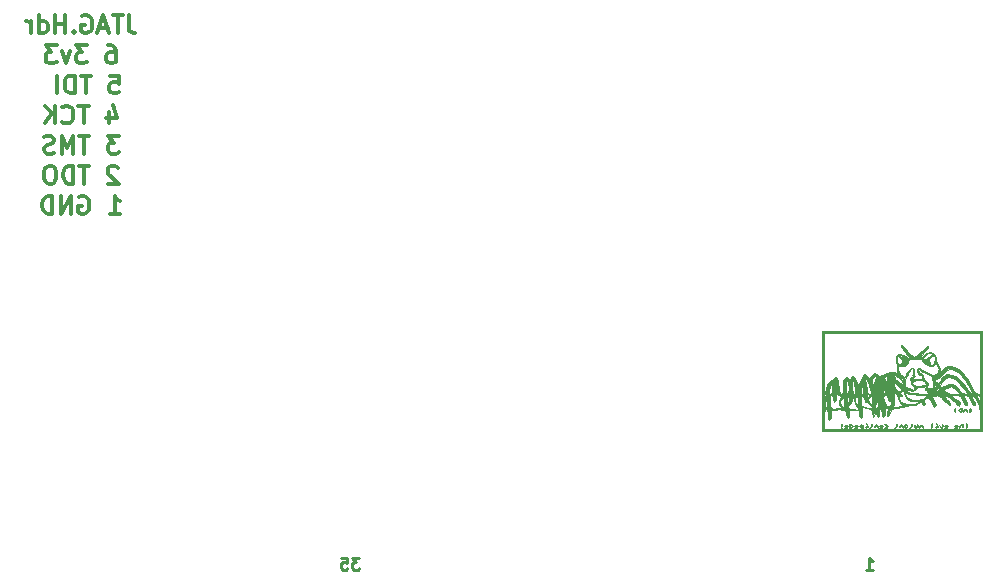
<source format=gbo>
G04 #@! TF.FileFunction,Legend,Bot*
%FSLAX46Y46*%
G04 Gerber Fmt 4.6, Leading zero omitted, Abs format (unit mm)*
G04 Created by KiCad (PCBNEW 4.0.7) date 12/03/18 22:41:55*
%MOMM*%
%LPD*%
G01*
G04 APERTURE LIST*
%ADD10C,0.100000*%
%ADD11C,0.250000*%
%ADD12C,0.300000*%
%ADD13C,0.010000*%
G04 APERTURE END LIST*
D10*
D11*
X121809524Y-118952381D02*
X121190476Y-118952381D01*
X121523810Y-119333333D01*
X121380952Y-119333333D01*
X121285714Y-119380952D01*
X121238095Y-119428571D01*
X121190476Y-119523810D01*
X121190476Y-119761905D01*
X121238095Y-119857143D01*
X121285714Y-119904762D01*
X121380952Y-119952381D01*
X121666667Y-119952381D01*
X121761905Y-119904762D01*
X121809524Y-119857143D01*
X120285714Y-118952381D02*
X120761905Y-118952381D01*
X120809524Y-119428571D01*
X120761905Y-119380952D01*
X120666667Y-119333333D01*
X120428571Y-119333333D01*
X120333333Y-119380952D01*
X120285714Y-119428571D01*
X120238095Y-119523810D01*
X120238095Y-119761905D01*
X120285714Y-119857143D01*
X120333333Y-119904762D01*
X120428571Y-119952381D01*
X120666667Y-119952381D01*
X120761905Y-119904762D01*
X120809524Y-119857143D01*
X164714285Y-119952381D02*
X165285714Y-119952381D01*
X165000000Y-119952381D02*
X165000000Y-118952381D01*
X165095238Y-119095238D01*
X165190476Y-119190476D01*
X165285714Y-119238095D01*
D12*
X102285714Y-73028571D02*
X102285714Y-74100000D01*
X102357142Y-74314286D01*
X102499999Y-74457143D01*
X102714285Y-74528571D01*
X102857142Y-74528571D01*
X101785714Y-73028571D02*
X100928571Y-73028571D01*
X101357142Y-74528571D02*
X101357142Y-73028571D01*
X100500000Y-74100000D02*
X99785714Y-74100000D01*
X100642857Y-74528571D02*
X100142857Y-73028571D01*
X99642857Y-74528571D01*
X98357143Y-73100000D02*
X98500000Y-73028571D01*
X98714286Y-73028571D01*
X98928571Y-73100000D01*
X99071429Y-73242857D01*
X99142857Y-73385714D01*
X99214286Y-73671429D01*
X99214286Y-73885714D01*
X99142857Y-74171429D01*
X99071429Y-74314286D01*
X98928571Y-74457143D01*
X98714286Y-74528571D01*
X98571429Y-74528571D01*
X98357143Y-74457143D01*
X98285714Y-74385714D01*
X98285714Y-73885714D01*
X98571429Y-73885714D01*
X97642857Y-74385714D02*
X97571429Y-74457143D01*
X97642857Y-74528571D01*
X97714286Y-74457143D01*
X97642857Y-74385714D01*
X97642857Y-74528571D01*
X96928571Y-74528571D02*
X96928571Y-73028571D01*
X96928571Y-73742857D02*
X96071428Y-73742857D01*
X96071428Y-74528571D02*
X96071428Y-73028571D01*
X94714285Y-74528571D02*
X94714285Y-73028571D01*
X94714285Y-74457143D02*
X94857142Y-74528571D01*
X95142856Y-74528571D01*
X95285714Y-74457143D01*
X95357142Y-74385714D01*
X95428571Y-74242857D01*
X95428571Y-73814286D01*
X95357142Y-73671429D01*
X95285714Y-73600000D01*
X95142856Y-73528571D01*
X94857142Y-73528571D01*
X94714285Y-73600000D01*
X93999999Y-74528571D02*
X93999999Y-73528571D01*
X93999999Y-73814286D02*
X93928571Y-73671429D01*
X93857142Y-73600000D01*
X93714285Y-73528571D01*
X93571428Y-73528571D01*
X100535713Y-75578571D02*
X100821427Y-75578571D01*
X100964284Y-75650000D01*
X101035713Y-75721429D01*
X101178570Y-75935714D01*
X101249999Y-76221429D01*
X101249999Y-76792857D01*
X101178570Y-76935714D01*
X101107142Y-77007143D01*
X100964284Y-77078571D01*
X100678570Y-77078571D01*
X100535713Y-77007143D01*
X100464284Y-76935714D01*
X100392856Y-76792857D01*
X100392856Y-76435714D01*
X100464284Y-76292857D01*
X100535713Y-76221429D01*
X100678570Y-76150000D01*
X100964284Y-76150000D01*
X101107142Y-76221429D01*
X101178570Y-76292857D01*
X101249999Y-76435714D01*
X98749999Y-75578571D02*
X97821428Y-75578571D01*
X98321428Y-76150000D01*
X98107142Y-76150000D01*
X97964285Y-76221429D01*
X97892856Y-76292857D01*
X97821428Y-76435714D01*
X97821428Y-76792857D01*
X97892856Y-76935714D01*
X97964285Y-77007143D01*
X98107142Y-77078571D01*
X98535714Y-77078571D01*
X98678571Y-77007143D01*
X98749999Y-76935714D01*
X97321428Y-76078571D02*
X96964285Y-77078571D01*
X96607143Y-76078571D01*
X96178571Y-75578571D02*
X95250000Y-75578571D01*
X95750000Y-76150000D01*
X95535714Y-76150000D01*
X95392857Y-76221429D01*
X95321428Y-76292857D01*
X95250000Y-76435714D01*
X95250000Y-76792857D01*
X95321428Y-76935714D01*
X95392857Y-77007143D01*
X95535714Y-77078571D01*
X95964286Y-77078571D01*
X96107143Y-77007143D01*
X96178571Y-76935714D01*
X100714285Y-78128571D02*
X101428571Y-78128571D01*
X101500000Y-78842857D01*
X101428571Y-78771429D01*
X101285714Y-78700000D01*
X100928571Y-78700000D01*
X100785714Y-78771429D01*
X100714285Y-78842857D01*
X100642857Y-78985714D01*
X100642857Y-79342857D01*
X100714285Y-79485714D01*
X100785714Y-79557143D01*
X100928571Y-79628571D01*
X101285714Y-79628571D01*
X101428571Y-79557143D01*
X101500000Y-79485714D01*
X99071429Y-78128571D02*
X98214286Y-78128571D01*
X98642857Y-79628571D02*
X98642857Y-78128571D01*
X97714286Y-79628571D02*
X97714286Y-78128571D01*
X97357143Y-78128571D01*
X97142858Y-78200000D01*
X97000000Y-78342857D01*
X96928572Y-78485714D01*
X96857143Y-78771429D01*
X96857143Y-78985714D01*
X96928572Y-79271429D01*
X97000000Y-79414286D01*
X97142858Y-79557143D01*
X97357143Y-79628571D01*
X97714286Y-79628571D01*
X96214286Y-79628571D02*
X96214286Y-78128571D01*
X100607142Y-81178571D02*
X100607142Y-82178571D01*
X100964285Y-80607143D02*
X101321428Y-81678571D01*
X100392856Y-81678571D01*
X98892857Y-80678571D02*
X98035714Y-80678571D01*
X98464285Y-82178571D02*
X98464285Y-80678571D01*
X96678571Y-82035714D02*
X96750000Y-82107143D01*
X96964286Y-82178571D01*
X97107143Y-82178571D01*
X97321428Y-82107143D01*
X97464286Y-81964286D01*
X97535714Y-81821429D01*
X97607143Y-81535714D01*
X97607143Y-81321429D01*
X97535714Y-81035714D01*
X97464286Y-80892857D01*
X97321428Y-80750000D01*
X97107143Y-80678571D01*
X96964286Y-80678571D01*
X96750000Y-80750000D01*
X96678571Y-80821429D01*
X96035714Y-82178571D02*
X96035714Y-80678571D01*
X95178571Y-82178571D02*
X95821428Y-81321429D01*
X95178571Y-80678571D02*
X96035714Y-81535714D01*
X101464285Y-83228571D02*
X100535714Y-83228571D01*
X101035714Y-83800000D01*
X100821428Y-83800000D01*
X100678571Y-83871429D01*
X100607142Y-83942857D01*
X100535714Y-84085714D01*
X100535714Y-84442857D01*
X100607142Y-84585714D01*
X100678571Y-84657143D01*
X100821428Y-84728571D01*
X101250000Y-84728571D01*
X101392857Y-84657143D01*
X101464285Y-84585714D01*
X98964286Y-83228571D02*
X98107143Y-83228571D01*
X98535714Y-84728571D02*
X98535714Y-83228571D01*
X97607143Y-84728571D02*
X97607143Y-83228571D01*
X97107143Y-84300000D01*
X96607143Y-83228571D01*
X96607143Y-84728571D01*
X95964286Y-84657143D02*
X95750000Y-84728571D01*
X95392857Y-84728571D01*
X95250000Y-84657143D01*
X95178571Y-84585714D01*
X95107143Y-84442857D01*
X95107143Y-84300000D01*
X95178571Y-84157143D01*
X95250000Y-84085714D01*
X95392857Y-84014286D01*
X95678571Y-83942857D01*
X95821429Y-83871429D01*
X95892857Y-83800000D01*
X95964286Y-83657143D01*
X95964286Y-83514286D01*
X95892857Y-83371429D01*
X95821429Y-83300000D01*
X95678571Y-83228571D01*
X95321429Y-83228571D01*
X95107143Y-83300000D01*
X101357143Y-85921429D02*
X101285714Y-85850000D01*
X101142857Y-85778571D01*
X100785714Y-85778571D01*
X100642857Y-85850000D01*
X100571428Y-85921429D01*
X100500000Y-86064286D01*
X100500000Y-86207143D01*
X100571428Y-86421429D01*
X101428571Y-87278571D01*
X100500000Y-87278571D01*
X98928572Y-85778571D02*
X98071429Y-85778571D01*
X98500000Y-87278571D02*
X98500000Y-85778571D01*
X97571429Y-87278571D02*
X97571429Y-85778571D01*
X97214286Y-85778571D01*
X97000001Y-85850000D01*
X96857143Y-85992857D01*
X96785715Y-86135714D01*
X96714286Y-86421429D01*
X96714286Y-86635714D01*
X96785715Y-86921429D01*
X96857143Y-87064286D01*
X97000001Y-87207143D01*
X97214286Y-87278571D01*
X97571429Y-87278571D01*
X95785715Y-85778571D02*
X95500001Y-85778571D01*
X95357143Y-85850000D01*
X95214286Y-85992857D01*
X95142858Y-86278571D01*
X95142858Y-86778571D01*
X95214286Y-87064286D01*
X95357143Y-87207143D01*
X95500001Y-87278571D01*
X95785715Y-87278571D01*
X95928572Y-87207143D01*
X96071429Y-87064286D01*
X96142858Y-86778571D01*
X96142858Y-86278571D01*
X96071429Y-85992857D01*
X95928572Y-85850000D01*
X95785715Y-85778571D01*
X100678571Y-89828571D02*
X101535714Y-89828571D01*
X101107142Y-89828571D02*
X101107142Y-88328571D01*
X101249999Y-88542857D01*
X101392857Y-88685714D01*
X101535714Y-88757143D01*
X98107143Y-88400000D02*
X98250000Y-88328571D01*
X98464286Y-88328571D01*
X98678571Y-88400000D01*
X98821429Y-88542857D01*
X98892857Y-88685714D01*
X98964286Y-88971429D01*
X98964286Y-89185714D01*
X98892857Y-89471429D01*
X98821429Y-89614286D01*
X98678571Y-89757143D01*
X98464286Y-89828571D01*
X98321429Y-89828571D01*
X98107143Y-89757143D01*
X98035714Y-89685714D01*
X98035714Y-89185714D01*
X98321429Y-89185714D01*
X97392857Y-89828571D02*
X97392857Y-88328571D01*
X96535714Y-89828571D01*
X96535714Y-88328571D01*
X95821428Y-89828571D02*
X95821428Y-88328571D01*
X95464285Y-88328571D01*
X95250000Y-88400000D01*
X95107142Y-88542857D01*
X95035714Y-88685714D01*
X94964285Y-88971429D01*
X94964285Y-89185714D01*
X95035714Y-89471429D01*
X95107142Y-89614286D01*
X95250000Y-89757143D01*
X95464285Y-89828571D01*
X95821428Y-89828571D01*
D13*
G36*
X160976667Y-108233333D02*
X174523333Y-108233333D01*
X174523333Y-107102491D01*
X174354000Y-107102491D01*
X174354000Y-108064000D01*
X164448000Y-108064000D01*
X164448000Y-107852333D01*
X164422988Y-107753555D01*
X164335111Y-107753555D01*
X164323489Y-107803890D01*
X164278667Y-107810000D01*
X164208977Y-107779022D01*
X164222222Y-107753555D01*
X164322702Y-107743422D01*
X164335111Y-107753555D01*
X164422988Y-107753555D01*
X164405488Y-107684447D01*
X164325997Y-107640667D01*
X164186041Y-107686158D01*
X164147978Y-107781431D01*
X164230967Y-107861990D01*
X164354302Y-107926895D01*
X164343894Y-107978038D01*
X164192812Y-108016367D01*
X163894127Y-108042830D01*
X163440906Y-108058377D01*
X162826220Y-108063954D01*
X162754667Y-108064000D01*
X161146000Y-108064000D01*
X161146000Y-107247834D01*
X161151457Y-106849574D01*
X161171177Y-106587376D01*
X161210189Y-106428220D01*
X161273520Y-106339088D01*
X161285826Y-106329424D01*
X161374797Y-106234530D01*
X161316681Y-106159837D01*
X161315078Y-106158842D01*
X161244307Y-106136857D01*
X161264915Y-106188251D01*
X161273869Y-106275546D01*
X161243720Y-106286000D01*
X161211943Y-106213080D01*
X161204151Y-106036832D01*
X161216886Y-105821022D01*
X161246692Y-105629417D01*
X161284649Y-105531055D01*
X161330666Y-105516515D01*
X161367944Y-105604960D01*
X161400415Y-105816179D01*
X161432012Y-106169963D01*
X161443582Y-106330987D01*
X161470856Y-106682536D01*
X161499132Y-106975368D01*
X161523789Y-107164009D01*
X161532052Y-107201533D01*
X161594439Y-107290676D01*
X161661083Y-107242126D01*
X161714841Y-107086167D01*
X161738572Y-106853082D01*
X161738667Y-106836524D01*
X161738667Y-106465709D01*
X162111858Y-106409745D01*
X162407674Y-106386790D01*
X162679766Y-106399192D01*
X162735732Y-106408841D01*
X162904997Y-106472548D01*
X163001616Y-106603205D01*
X163061041Y-106817655D01*
X163136722Y-107051368D01*
X163215116Y-107122077D01*
X163273673Y-107034217D01*
X163289844Y-106792221D01*
X163288970Y-106772833D01*
X163272941Y-106455333D01*
X163669970Y-106442032D01*
X164058945Y-106429000D01*
X164070845Y-106466461D01*
X164085608Y-106554579D01*
X164149840Y-106871897D01*
X164232550Y-107059236D01*
X164313896Y-107111080D01*
X164374038Y-107021912D01*
X164393137Y-106786218D01*
X164383694Y-106637448D01*
X164363640Y-106428730D01*
X164067000Y-106428730D01*
X164058945Y-106429000D01*
X164058540Y-106427727D01*
X163934344Y-106413000D01*
X162935898Y-106413000D01*
X162753004Y-106213348D01*
X162613227Y-106213348D01*
X162599503Y-106231878D01*
X162467955Y-106265856D01*
X162268175Y-106305310D01*
X162049754Y-106340267D01*
X161890670Y-106358652D01*
X161770167Y-106302910D01*
X161699746Y-106099363D01*
X161699076Y-106095500D01*
X161640020Y-105678478D01*
X161633522Y-105403390D01*
X161680786Y-105250811D01*
X161754415Y-105204619D01*
X161854061Y-105223823D01*
X161907003Y-105358036D01*
X161923748Y-105497669D01*
X161966855Y-105723967D01*
X162031646Y-105791686D01*
X162097297Y-105706159D01*
X162142985Y-105472718D01*
X162145702Y-105440827D01*
X162178278Y-105202391D01*
X162184591Y-105193933D01*
X161297594Y-105193933D01*
X161270357Y-105329848D01*
X161214927Y-105435907D01*
X161181831Y-105383680D01*
X161167746Y-105326873D01*
X161159951Y-105172982D01*
X161180849Y-105122262D01*
X161261508Y-105102082D01*
X161297594Y-105193933D01*
X162184591Y-105193933D01*
X162244314Y-105113929D01*
X162369705Y-105156253D01*
X162452871Y-105213202D01*
X162555793Y-105325123D01*
X162531170Y-105464150D01*
X162505750Y-105514502D01*
X162452944Y-105710969D01*
X162459659Y-105936145D01*
X162515917Y-106125162D01*
X162611743Y-106213153D01*
X162613227Y-106213348D01*
X162753004Y-106213348D01*
X162718282Y-106175445D01*
X162574611Y-105979974D01*
X162502608Y-105806333D01*
X162500667Y-105783645D01*
X162545037Y-105642385D01*
X162644907Y-105508685D01*
X162750416Y-105439355D01*
X162793526Y-105449970D01*
X162821674Y-105546592D01*
X162857429Y-105758729D01*
X162882095Y-105948868D01*
X162935898Y-106413000D01*
X163934344Y-106413000D01*
X163643667Y-106378532D01*
X163386059Y-106336764D01*
X163252697Y-106274223D01*
X163198543Y-106165966D01*
X163192047Y-106128436D01*
X163198211Y-105991919D01*
X163249696Y-105981650D01*
X163360474Y-105971881D01*
X163452353Y-105797513D01*
X163501441Y-105579514D01*
X163261906Y-105579514D01*
X163242178Y-105739711D01*
X163206222Y-105806222D01*
X163132324Y-105855867D01*
X163099866Y-105787290D01*
X163093333Y-105608667D01*
X163117858Y-105430325D01*
X163176947Y-105354686D01*
X163178000Y-105354667D01*
X163238835Y-105424308D01*
X163261906Y-105579514D01*
X163501441Y-105579514D01*
X163513089Y-105527787D01*
X163581532Y-105305082D01*
X163629890Y-105270000D01*
X162797000Y-105270000D01*
X162790287Y-105348019D01*
X162759664Y-105354667D01*
X162673446Y-105293206D01*
X162670000Y-105270000D01*
X162698887Y-105187534D01*
X162707337Y-105185333D01*
X162779623Y-105244662D01*
X162797000Y-105270000D01*
X163629890Y-105270000D01*
X163657793Y-105249758D01*
X163225945Y-105249758D01*
X163142722Y-105263316D01*
X163032908Y-105247749D01*
X163031597Y-105218847D01*
X163144914Y-105198636D01*
X163193875Y-105212163D01*
X163225945Y-105249758D01*
X163657793Y-105249758D01*
X163704061Y-105216193D01*
X163729622Y-105212273D01*
X163819966Y-105210910D01*
X163761579Y-105236410D01*
X163678856Y-105295236D01*
X163661661Y-105431071D01*
X163689663Y-105628697D01*
X163762842Y-105874886D01*
X163865919Y-106055159D01*
X163896424Y-106083894D01*
X163995453Y-106229134D01*
X164058540Y-106427727D01*
X164067000Y-106428730D01*
X164363640Y-106428730D01*
X164343759Y-106221828D01*
X164772384Y-106306578D01*
X165024640Y-106363712D01*
X165155107Y-106431287D01*
X165208913Y-106548237D01*
X165226672Y-106698497D01*
X165271203Y-106927366D01*
X165338396Y-106995918D01*
X165406353Y-106907201D01*
X165452927Y-106667000D01*
X165484188Y-106328333D01*
X165579927Y-106709333D01*
X165666959Y-106954086D01*
X165750591Y-107038221D01*
X165810134Y-106963544D01*
X165824898Y-106731863D01*
X165822297Y-106688167D01*
X165826633Y-106465459D01*
X165888552Y-106375939D01*
X165923020Y-106370667D01*
X166022192Y-106451348D01*
X166072723Y-106688167D01*
X166109597Y-106892406D01*
X166168056Y-107000516D01*
X166183667Y-107005667D01*
X166244565Y-106931770D01*
X166295739Y-106753161D01*
X166327798Y-106534461D01*
X166331350Y-106340289D01*
X166297003Y-106235266D01*
X166295753Y-106234449D01*
X166292954Y-106229555D01*
X166028445Y-106229555D01*
X166016822Y-106279890D01*
X165972000Y-106286000D01*
X165902310Y-106255022D01*
X165915556Y-106229555D01*
X166016035Y-106219422D01*
X166028445Y-106229555D01*
X166292954Y-106229555D01*
X166230807Y-106120897D01*
X166228693Y-106090503D01*
X166270989Y-106068126D01*
X166350060Y-106146312D01*
X166476890Y-106246025D01*
X166563380Y-106244462D01*
X166596668Y-106271595D01*
X166557592Y-106421784D01*
X166527242Y-106498978D01*
X166450390Y-106743525D01*
X166452383Y-106897584D01*
X166529887Y-106934616D01*
X166579156Y-106912045D01*
X166667891Y-106803028D01*
X166771386Y-106606150D01*
X166786109Y-106571997D01*
X166899259Y-106371498D01*
X167045313Y-106293349D01*
X167145014Y-106286000D01*
X167369529Y-106261096D01*
X167663087Y-106198049D01*
X167800044Y-106159916D01*
X168126636Y-106082767D01*
X168457133Y-106037659D01*
X168564082Y-106032916D01*
X168898308Y-105978872D01*
X167899496Y-105978872D01*
X167872767Y-106023782D01*
X167665878Y-106126918D01*
X167325503Y-106184633D01*
X167211775Y-106191512D01*
X167044059Y-106178071D01*
X167009979Y-106104449D01*
X167021275Y-106067408D01*
X167050255Y-105910360D01*
X167061977Y-105748362D01*
X166809736Y-105748362D01*
X166792065Y-105912051D01*
X166767275Y-105982742D01*
X166656630Y-106102490D01*
X166480991Y-106069212D01*
X166388219Y-106008140D01*
X166286480Y-105859666D01*
X166281786Y-105845375D01*
X165718000Y-105845375D01*
X165691287Y-106070238D01*
X165624859Y-106216180D01*
X165539795Y-106238183D01*
X165513900Y-106192352D01*
X165210000Y-106192352D01*
X165186533Y-106260895D01*
X165093881Y-106279908D01*
X164898667Y-106249328D01*
X164654826Y-106191282D01*
X164278667Y-106096564D01*
X164278667Y-105651000D01*
X164024667Y-105651000D01*
X164017857Y-105886940D01*
X163989042Y-105983156D01*
X163925645Y-105968996D01*
X163897667Y-105947333D01*
X163794379Y-105781439D01*
X163770667Y-105651000D01*
X163823994Y-105451458D01*
X163897667Y-105354667D01*
X163974041Y-105312823D01*
X164012018Y-105372454D01*
X164024174Y-105562905D01*
X164024667Y-105651000D01*
X164278667Y-105651000D01*
X164278667Y-105640949D01*
X164291551Y-105359820D01*
X164335284Y-105217881D01*
X164400302Y-105185333D01*
X164498752Y-105263320D01*
X164548469Y-105460500D01*
X164589919Y-105647936D01*
X164655231Y-105734912D01*
X164661737Y-105735667D01*
X164796276Y-105788464D01*
X164972253Y-105913552D01*
X165129695Y-106060975D01*
X165208628Y-106180779D01*
X165210000Y-106192352D01*
X165513900Y-106192352D01*
X165474865Y-106123269D01*
X165464000Y-106037370D01*
X165525289Y-105854898D01*
X165591000Y-105778000D01*
X165689260Y-105722899D01*
X165717519Y-105812028D01*
X165718000Y-105845375D01*
X166281786Y-105845375D01*
X166210629Y-105628763D01*
X166203062Y-105587620D01*
X166201880Y-105572026D01*
X165210000Y-105572026D01*
X165206877Y-105815330D01*
X165185584Y-105915571D01*
X165128234Y-105899017D01*
X165042725Y-105817687D01*
X164905326Y-105612568D01*
X164820475Y-105375539D01*
X164802787Y-105171053D01*
X164862892Y-105100993D01*
X164870625Y-105100667D01*
X164939626Y-105166929D01*
X164929430Y-105277793D01*
X164905465Y-105398083D01*
X164952052Y-105389173D01*
X165046555Y-105307004D01*
X165143861Y-105228418D01*
X165192030Y-105242315D01*
X165208320Y-105376679D01*
X165210000Y-105572026D01*
X166201880Y-105572026D01*
X166185818Y-105360204D01*
X166239915Y-105234662D01*
X166259880Y-105220611D01*
X165626649Y-105220611D01*
X165611083Y-105330425D01*
X165582181Y-105331736D01*
X165561969Y-105218419D01*
X165575497Y-105169458D01*
X165613091Y-105137388D01*
X165626649Y-105220611D01*
X166259880Y-105220611D01*
X166307918Y-105186804D01*
X166415241Y-105155030D01*
X166484123Y-105228345D01*
X166542325Y-105419518D01*
X166615087Y-105615912D01*
X166698725Y-105712468D01*
X166719750Y-105714500D01*
X166809736Y-105748362D01*
X167061977Y-105748362D01*
X167068892Y-105652803D01*
X167072667Y-105468534D01*
X167080277Y-105200580D01*
X167083767Y-105185333D01*
X166805298Y-105185333D01*
X166791993Y-105305529D01*
X166762594Y-105291167D01*
X166751411Y-105117824D01*
X166762594Y-105079500D01*
X166793496Y-105068864D01*
X166805298Y-105185333D01*
X167083767Y-105185333D01*
X167111186Y-105065571D01*
X167177507Y-105027489D01*
X167219545Y-105031870D01*
X167345785Y-105140042D01*
X167417163Y-105372308D01*
X167513162Y-105699203D01*
X167666481Y-105896533D01*
X167819634Y-105947333D01*
X167899496Y-105978872D01*
X168898308Y-105978872D01*
X168910622Y-105976881D01*
X169123516Y-105866012D01*
X169304264Y-105723836D01*
X169151882Y-105723836D01*
X169098318Y-105785885D01*
X169057349Y-105817640D01*
X168820524Y-105914405D01*
X168494566Y-105949524D01*
X168147130Y-105925312D01*
X167845872Y-105844083D01*
X167719085Y-105771855D01*
X167605306Y-105640267D01*
X167522827Y-105473798D01*
X167483417Y-105318718D01*
X167498846Y-105221295D01*
X167580667Y-105227667D01*
X167721560Y-105238045D01*
X167762826Y-105219739D01*
X167798720Y-105138945D01*
X167713502Y-105052130D01*
X167617315Y-104963758D01*
X167661357Y-104896982D01*
X167694306Y-104878188D01*
X166342753Y-104878188D01*
X166337693Y-105036755D01*
X166261208Y-105073873D01*
X166220150Y-105054717D01*
X166216384Y-105046210D01*
X165099813Y-105046210D01*
X165069276Y-105099370D01*
X164938598Y-105056806D01*
X164902247Y-105035870D01*
X164835468Y-104919874D01*
X164821995Y-104866867D01*
X164490684Y-104866867D01*
X164483302Y-105023395D01*
X164469672Y-105050772D01*
X164366670Y-105099729D01*
X164304101Y-104994794D01*
X164288429Y-104827666D01*
X163767434Y-104827666D01*
X163745422Y-105019772D01*
X163694193Y-105100499D01*
X163691188Y-105100667D01*
X163631722Y-105025465D01*
X163575080Y-104835985D01*
X163558882Y-104746267D01*
X163264466Y-104746267D01*
X163232464Y-104969326D01*
X163165983Y-105091017D01*
X163135667Y-105100667D01*
X163064431Y-105063926D01*
X163024837Y-104932644D01*
X163009597Y-104675232D01*
X163008667Y-104550333D01*
X163023125Y-104238229D01*
X163061606Y-104050475D01*
X163116776Y-104000231D01*
X163181295Y-104100654D01*
X163209303Y-104190500D01*
X163258057Y-104470455D01*
X163264466Y-104746267D01*
X163558882Y-104746267D01*
X163557002Y-104735855D01*
X163529595Y-104441515D01*
X163530516Y-104171244D01*
X163535480Y-104122021D01*
X163568665Y-103873000D01*
X163669666Y-104111345D01*
X163728407Y-104320625D01*
X163761380Y-104577008D01*
X163767434Y-104827666D01*
X164288429Y-104827666D01*
X164279322Y-104730559D01*
X164278667Y-104660400D01*
X164290859Y-104421297D01*
X164323267Y-104300758D01*
X164352307Y-104300567D01*
X164413985Y-104433852D01*
X164463845Y-104646485D01*
X164490684Y-104866867D01*
X164821995Y-104866867D01*
X164779670Y-104700356D01*
X164764373Y-104592667D01*
X164724387Y-104312086D01*
X164675249Y-104073925D01*
X164660085Y-104021167D01*
X164637477Y-103866002D01*
X164690538Y-103829087D01*
X164785957Y-103899068D01*
X164890422Y-104064591D01*
X164908514Y-104105833D01*
X164993141Y-104355729D01*
X165058384Y-104627595D01*
X165096517Y-104873673D01*
X165099813Y-105046210D01*
X166216384Y-105046210D01*
X166172431Y-104946926D01*
X166148110Y-104735931D01*
X166147299Y-104651170D01*
X166147570Y-104635000D01*
X165379333Y-104635000D01*
X165337000Y-104677333D01*
X165294667Y-104635000D01*
X165337000Y-104592667D01*
X165379333Y-104635000D01*
X166147570Y-104635000D01*
X166153265Y-104296333D01*
X166273253Y-104623612D01*
X166342753Y-104878188D01*
X167694306Y-104878188D01*
X167743009Y-104850408D01*
X167875347Y-104800070D01*
X167917338Y-104868778D01*
X167919333Y-104924370D01*
X167990041Y-105267157D01*
X168195941Y-105514162D01*
X168527697Y-105657842D01*
X168870833Y-105693333D01*
X169084030Y-105698301D01*
X169151882Y-105723836D01*
X169304264Y-105723836D01*
X169334535Y-105700025D01*
X169431628Y-105913120D01*
X169537908Y-106058609D01*
X169628498Y-106055991D01*
X169670382Y-105925603D01*
X169654523Y-105775827D01*
X169644486Y-105578383D01*
X169743906Y-105460758D01*
X169771893Y-105444743D01*
X169898075Y-105406156D01*
X170011473Y-105467031D01*
X170145806Y-105629355D01*
X170292892Y-105848857D01*
X170395951Y-106039043D01*
X170407255Y-106067324D01*
X170476075Y-106173920D01*
X170561412Y-106133121D01*
X170605183Y-105992097D01*
X170524893Y-105769063D01*
X170357109Y-105506894D01*
X170291398Y-105378307D01*
X170341005Y-105296777D01*
X170529345Y-105235721D01*
X170536078Y-105234301D01*
X169782000Y-105234301D01*
X169722434Y-105371094D01*
X169591932Y-105475787D01*
X169462784Y-105492744D01*
X169452893Y-105487574D01*
X169342054Y-105498064D01*
X169311267Y-105532198D01*
X169193687Y-105584809D01*
X168971145Y-105598696D01*
X168702166Y-105579236D01*
X168445277Y-105531803D01*
X168259007Y-105461773D01*
X168220455Y-105432011D01*
X168105574Y-105255775D01*
X168045650Y-105109025D01*
X168017860Y-104967140D01*
X168078984Y-104948532D01*
X168142396Y-104971961D01*
X168397143Y-105047235D01*
X168745570Y-105112645D01*
X169112026Y-105157454D01*
X169420862Y-105170922D01*
X169506833Y-105165650D01*
X169711205Y-105169913D01*
X169782000Y-105234301D01*
X170536078Y-105234301D01*
X170611165Y-105218467D01*
X170758027Y-105203048D01*
X170888764Y-105239052D01*
X171042525Y-105349087D01*
X171258461Y-105555760D01*
X171341332Y-105640103D01*
X171599524Y-105881221D01*
X171776621Y-106003070D01*
X171860718Y-106009160D01*
X171839910Y-105902998D01*
X171702292Y-105688095D01*
X171603899Y-105562714D01*
X171435078Y-105339404D01*
X171381983Y-105218537D01*
X171429223Y-105185333D01*
X171553145Y-105239671D01*
X171755586Y-105380271D01*
X171995474Y-105573516D01*
X172231735Y-105785786D01*
X172423296Y-105983465D01*
X172463629Y-106032000D01*
X172551236Y-106112107D01*
X172609913Y-106039315D01*
X172621345Y-106010833D01*
X172645681Y-105838389D01*
X172607339Y-105687493D01*
X172526006Y-105626175D01*
X172510863Y-105629048D01*
X172408699Y-105592929D01*
X172235544Y-105476104D01*
X172163345Y-105418167D01*
X171885675Y-105185333D01*
X172271744Y-105185333D01*
X172495546Y-105193149D01*
X172634993Y-105241420D01*
X172742913Y-105367383D01*
X172872136Y-105608276D01*
X172872333Y-105608667D01*
X173002548Y-105840298D01*
X173113590Y-105994062D01*
X173165096Y-106032000D01*
X173275508Y-105976207D01*
X173261052Y-105814372D01*
X173164279Y-105621805D01*
X173034427Y-105379367D01*
X173013655Y-105242930D01*
X173101880Y-105189044D01*
X173162727Y-105185333D01*
X173320344Y-105267836D01*
X173490703Y-105516684D01*
X173519492Y-105572522D01*
X173665590Y-105845227D01*
X173773059Y-105985037D01*
X173865989Y-106016346D01*
X173931137Y-105989376D01*
X173943774Y-105888860D01*
X173864030Y-105685485D01*
X173796092Y-105561046D01*
X173672407Y-105322513D01*
X173653771Y-105204998D01*
X173689788Y-105188507D01*
X173788107Y-105258497D01*
X173932674Y-105438092D01*
X174078833Y-105666331D01*
X174198309Y-105880293D01*
X174277003Y-106059449D01*
X174323414Y-106248166D01*
X174346043Y-106490808D01*
X174353390Y-106831742D01*
X174354000Y-107102491D01*
X174523333Y-107102491D01*
X174523333Y-105413182D01*
X174354000Y-105413182D01*
X174346855Y-105568145D01*
X174304816Y-105569607D01*
X174229693Y-105476682D01*
X174132236Y-105325594D01*
X174102693Y-105248833D01*
X174168885Y-105192496D01*
X174227000Y-105185333D01*
X174328616Y-105259773D01*
X174354000Y-105413182D01*
X174523333Y-105413182D01*
X174523333Y-99936000D01*
X174354000Y-99936000D01*
X174354000Y-105112444D01*
X174198687Y-105089358D01*
X173697565Y-105089358D01*
X173662406Y-105100014D01*
X173565502Y-105037167D01*
X173252444Y-105037167D01*
X173181405Y-105085495D01*
X173062833Y-105097405D01*
X172889755Y-105024771D01*
X172576000Y-105024771D01*
X172500068Y-105068940D01*
X172306896Y-105096090D01*
X172173833Y-105100246D01*
X171900699Y-105070823D01*
X171371205Y-105070823D01*
X171339615Y-105098602D01*
X171242513Y-105100667D01*
X171075532Y-105067699D01*
X171041210Y-105042419D01*
X170205333Y-105042419D01*
X170179897Y-105056221D01*
X170013719Y-105063146D01*
X169735270Y-105062692D01*
X169431492Y-105056124D01*
X168896709Y-105027010D01*
X168514486Y-104973990D01*
X168269458Y-104894919D01*
X168267325Y-104893822D01*
X168065979Y-104764091D01*
X168018790Y-104689294D01*
X167675171Y-104689294D01*
X167653024Y-104766454D01*
X167597935Y-104814320D01*
X167436246Y-104848504D01*
X167277777Y-104762000D01*
X166818667Y-104762000D01*
X166787689Y-104831690D01*
X166762222Y-104818444D01*
X166752089Y-104717965D01*
X166762222Y-104705555D01*
X166812557Y-104717178D01*
X166818667Y-104762000D01*
X167277777Y-104762000D01*
X167270822Y-104758204D01*
X167140499Y-104582830D01*
X167084119Y-104361792D01*
X167087011Y-104295893D01*
X167087792Y-104289278D01*
X165711316Y-104289278D01*
X165695749Y-104399092D01*
X165666847Y-104400403D01*
X165646636Y-104287086D01*
X165660163Y-104238125D01*
X165697758Y-104206055D01*
X165711316Y-104289278D01*
X167087792Y-104289278D01*
X167115000Y-104058946D01*
X167428601Y-104382823D01*
X167605533Y-104574591D01*
X167675171Y-104689294D01*
X168018790Y-104689294D01*
X168010566Y-104676260D01*
X168094849Y-104653588D01*
X168312591Y-104719332D01*
X168313970Y-104719908D01*
X168594943Y-104798474D01*
X168810699Y-104785539D01*
X168925555Y-104686306D01*
X168935333Y-104629294D01*
X169005300Y-104528884D01*
X169094083Y-104508000D01*
X169289473Y-104491543D01*
X169527096Y-104453147D01*
X169709909Y-104426123D01*
X169767325Y-104465531D01*
X169739575Y-104592955D01*
X169712311Y-104729761D01*
X169778694Y-104744767D01*
X169835730Y-104724352D01*
X170066646Y-104638052D01*
X170154546Y-104625003D01*
X170109681Y-104686455D01*
X170036553Y-104748865D01*
X169913199Y-104855822D01*
X169896842Y-104921166D01*
X170006618Y-104978178D01*
X170205333Y-105042419D01*
X171041210Y-105042419D01*
X171013283Y-105021850D01*
X170999950Y-104924405D01*
X171092748Y-104904373D01*
X171243365Y-104969730D01*
X171259616Y-104981174D01*
X171371205Y-105070823D01*
X171900699Y-105070823D01*
X171837082Y-105063970D01*
X171576080Y-104938982D01*
X171517667Y-104894567D01*
X171263667Y-104689308D01*
X171300821Y-104673611D01*
X170870598Y-104673611D01*
X170842961Y-104757748D01*
X170737298Y-104809508D01*
X170700106Y-104796158D01*
X170664471Y-104706395D01*
X170704545Y-104652255D01*
X170818373Y-104603760D01*
X170870598Y-104673611D01*
X171300821Y-104673611D01*
X171578447Y-104556321D01*
X171786529Y-104472424D01*
X171919232Y-104426363D01*
X171935335Y-104423333D01*
X172031545Y-104477681D01*
X172192244Y-104610344D01*
X172368889Y-104775754D01*
X172512940Y-104928342D01*
X172575854Y-105022539D01*
X172576000Y-105024771D01*
X172889755Y-105024771D01*
X172866150Y-105014865D01*
X172703000Y-104825397D01*
X172409255Y-104471199D01*
X172080138Y-104275178D01*
X171727079Y-104240950D01*
X171361507Y-104372131D01*
X171330146Y-104391072D01*
X171104360Y-104502405D01*
X170989318Y-104494169D01*
X170987920Y-104387621D01*
X170600824Y-104387621D01*
X170522618Y-104476263D01*
X170350118Y-104540139D01*
X170165113Y-104556763D01*
X169968776Y-104541930D01*
X169870770Y-104513745D01*
X169868213Y-104508000D01*
X169908650Y-104408847D01*
X169948202Y-104340834D01*
X169964138Y-104201385D01*
X169873483Y-104201385D01*
X169844309Y-104271383D01*
X169724545Y-104340092D01*
X169633833Y-104362690D01*
X169242773Y-104406282D01*
X168975712Y-104393103D01*
X168795612Y-104318729D01*
X168723667Y-104254000D01*
X168637966Y-104126713D01*
X168673208Y-104084667D01*
X168736025Y-104034631D01*
X168723667Y-104000000D01*
X168768726Y-103950556D01*
X168964649Y-103921636D01*
X169184337Y-103915333D01*
X169480950Y-103924919D01*
X169640906Y-103958936D01*
X169696069Y-104025274D01*
X169697333Y-104042333D01*
X169743051Y-104155005D01*
X169782000Y-104169333D01*
X169873483Y-104201385D01*
X169964138Y-104201385D01*
X169965828Y-104186598D01*
X169883406Y-104069732D01*
X169666628Y-103833187D01*
X169556576Y-103665334D01*
X169528000Y-103537907D01*
X169468651Y-103423227D01*
X169414590Y-103407333D01*
X169299351Y-103338114D01*
X169204739Y-103195667D01*
X169158660Y-103043641D01*
X169184093Y-102984000D01*
X169278091Y-103050275D01*
X169292167Y-103080832D01*
X169391403Y-103160538D01*
X169553205Y-103202054D01*
X169832886Y-103288984D01*
X170098669Y-103462706D01*
X170290266Y-103677875D01*
X170341582Y-103795038D01*
X170367954Y-104037296D01*
X170356448Y-104255084D01*
X170350539Y-104431689D01*
X170387661Y-104507928D01*
X170389330Y-104508000D01*
X170450823Y-104438890D01*
X170459333Y-104376003D01*
X170502192Y-104289651D01*
X170548111Y-104298874D01*
X170600824Y-104387621D01*
X170987920Y-104387621D01*
X170987783Y-104377236D01*
X171102517Y-104162474D01*
X171228448Y-103991017D01*
X171472044Y-103752466D01*
X171725160Y-103666008D01*
X172023857Y-103725241D01*
X172216787Y-103815544D01*
X172371377Y-103933713D01*
X172576682Y-104136214D01*
X172799893Y-104384347D01*
X173008200Y-104639409D01*
X173168791Y-104862698D01*
X173248858Y-105015513D01*
X173252444Y-105037167D01*
X173565502Y-105037167D01*
X173557117Y-105031729D01*
X173418230Y-104859238D01*
X173349538Y-104749010D01*
X173020377Y-104256934D01*
X172663395Y-103869638D01*
X172296417Y-103596056D01*
X171937267Y-103445120D01*
X171603770Y-103425764D01*
X171313750Y-103546922D01*
X171188234Y-103665801D01*
X171026359Y-103869712D01*
X170906287Y-104040841D01*
X170892568Y-104063968D01*
X170809173Y-104156278D01*
X170698131Y-104106838D01*
X170679194Y-104091467D01*
X170559112Y-103949058D01*
X170575270Y-103853573D01*
X170669955Y-103830667D01*
X170788319Y-103772538D01*
X170977384Y-103620174D01*
X171152083Y-103449667D01*
X170882667Y-103449667D01*
X170840333Y-103492000D01*
X170798000Y-103449667D01*
X170840333Y-103407333D01*
X170882667Y-103449667D01*
X171152083Y-103449667D01*
X171195458Y-103407333D01*
X171485691Y-103136689D01*
X171739153Y-103003411D01*
X172001002Y-102996671D01*
X172316391Y-103105639D01*
X172362899Y-103127367D01*
X172482380Y-103194415D01*
X172597866Y-103288570D01*
X172724515Y-103430365D01*
X172877484Y-103640331D01*
X173071934Y-103939003D01*
X173323021Y-104346912D01*
X173585308Y-104783167D01*
X173694015Y-104993001D01*
X173697565Y-105089358D01*
X174198687Y-105089358D01*
X174171978Y-105085388D01*
X174002107Y-104979746D01*
X173802739Y-104710500D01*
X173727478Y-104580018D01*
X173400698Y-104002576D01*
X173123487Y-103561397D01*
X172877423Y-103237661D01*
X172644085Y-103012547D01*
X172405051Y-102867235D01*
X172141901Y-102782903D01*
X171936723Y-102750440D01*
X171684036Y-102736066D01*
X171508512Y-102783725D01*
X171329022Y-102921956D01*
X171258493Y-102989014D01*
X170967333Y-103271217D01*
X170965451Y-103021775D01*
X170949252Y-102947374D01*
X170871368Y-102947374D01*
X170826503Y-103207662D01*
X170657933Y-103402485D01*
X170489274Y-103514548D01*
X170374239Y-103516791D01*
X170298100Y-103465158D01*
X170126316Y-103351433D01*
X169887292Y-103227027D01*
X169647273Y-103122974D01*
X169472505Y-103070305D01*
X169451705Y-103068667D01*
X169362853Y-103009061D01*
X169358667Y-102984000D01*
X169296231Y-102911284D01*
X169168401Y-102909563D01*
X169066255Y-102977655D01*
X169060700Y-103116097D01*
X169132028Y-103297412D01*
X169241722Y-103446464D01*
X169329924Y-103492000D01*
X169421918Y-103562603D01*
X169443333Y-103661333D01*
X169424553Y-103757187D01*
X169341886Y-103807239D01*
X169155844Y-103824758D01*
X168956500Y-103824936D01*
X168694695Y-103817476D01*
X168581610Y-103798658D01*
X168596696Y-103761713D01*
X168660167Y-103727331D01*
X168809146Y-103624139D01*
X168847494Y-103532637D01*
X168759309Y-103492024D01*
X168755633Y-103492000D01*
X168704656Y-103458218D01*
X168756942Y-103375914D01*
X168809677Y-103213766D01*
X168765499Y-103058414D01*
X168704354Y-102925805D01*
X168692016Y-102945919D01*
X168710502Y-103091854D01*
X168712300Y-103276848D01*
X168673677Y-103369732D01*
X168637567Y-103473621D01*
X168651756Y-103537045D01*
X168635182Y-103643371D01*
X168563392Y-103661333D01*
X168447575Y-103718323D01*
X168443224Y-103852417D01*
X168528933Y-103983067D01*
X168586081Y-104066645D01*
X168521407Y-104084667D01*
X168496460Y-104138909D01*
X168582621Y-104284175D01*
X168632040Y-104345835D01*
X168759534Y-104527468D01*
X168809050Y-104661455D01*
X168803903Y-104684502D01*
X168684361Y-104759121D01*
X168564128Y-104693013D01*
X168561092Y-104688269D01*
X168452399Y-104619907D01*
X168270453Y-104565524D01*
X168076833Y-104488251D01*
X167974138Y-104382970D01*
X167971017Y-104217963D01*
X167974584Y-104201292D01*
X167859152Y-104201292D01*
X167755906Y-104200355D01*
X167579316Y-104123984D01*
X167449608Y-104042333D01*
X166802161Y-104042333D01*
X166793010Y-104186929D01*
X166766505Y-104199660D01*
X166763131Y-104192111D01*
X166746382Y-104024032D01*
X166750189Y-104000000D01*
X165802667Y-104000000D01*
X165771689Y-104069690D01*
X165746222Y-104056444D01*
X165736089Y-103955965D01*
X165746222Y-103943555D01*
X165796557Y-103955178D01*
X165802667Y-104000000D01*
X166750189Y-104000000D01*
X166759994Y-103938111D01*
X166786944Y-103903584D01*
X166801603Y-104016041D01*
X166802161Y-104042333D01*
X167449608Y-104042333D01*
X167387630Y-104003318D01*
X167239545Y-103870041D01*
X167200626Y-103806476D01*
X166480000Y-103806476D01*
X166470187Y-103961404D01*
X166419311Y-103969008D01*
X166342982Y-103899267D01*
X166257473Y-103756731D01*
X166260156Y-103716616D01*
X165565973Y-103716616D01*
X165505927Y-103949214D01*
X165485138Y-104003924D01*
X165376418Y-104203473D01*
X165282348Y-104244977D01*
X165222531Y-104129075D01*
X165211297Y-103995015D01*
X165255123Y-103822250D01*
X165359426Y-103671133D01*
X165478576Y-103597476D01*
X165528763Y-103606698D01*
X165565973Y-103716616D01*
X166260156Y-103716616D01*
X166263312Y-103669458D01*
X166368512Y-103577858D01*
X166450478Y-103636815D01*
X166480000Y-103806476D01*
X167200626Y-103806476D01*
X167136669Y-103702018D01*
X167102799Y-103556913D01*
X167150829Y-103492110D01*
X167154616Y-103492000D01*
X166903333Y-103492000D01*
X166874447Y-103574465D01*
X166865997Y-103576667D01*
X166793711Y-103517338D01*
X166776333Y-103492000D01*
X166783046Y-103413981D01*
X166813670Y-103407333D01*
X166899888Y-103468794D01*
X166903333Y-103492000D01*
X167154616Y-103492000D01*
X167252161Y-103545213D01*
X167409998Y-103678115D01*
X167588287Y-103850601D01*
X167747193Y-104022564D01*
X167846879Y-104153898D01*
X167859152Y-104201292D01*
X167974584Y-104201292D01*
X168025356Y-103964006D01*
X168048884Y-103892425D01*
X167919333Y-103892425D01*
X167896336Y-103974836D01*
X167801822Y-103923136D01*
X167792333Y-103915333D01*
X167685974Y-103794450D01*
X167665333Y-103738290D01*
X167727808Y-103700624D01*
X167792333Y-103715382D01*
X167904952Y-103827779D01*
X167919333Y-103892425D01*
X168048884Y-103892425D01*
X168117717Y-103683011D01*
X168228659Y-103436892D01*
X168309163Y-103316000D01*
X168406471Y-103165922D01*
X168427333Y-103090222D01*
X168493832Y-102977912D01*
X168533167Y-102955406D01*
X168577467Y-102918671D01*
X168512000Y-102909969D01*
X168401647Y-102978287D01*
X168269392Y-103154157D01*
X168213228Y-103256875D01*
X168092020Y-103472873D01*
X167985166Y-103612787D01*
X167952012Y-103636329D01*
X167816423Y-103602939D01*
X167656238Y-103462326D01*
X167511576Y-103263750D01*
X167422554Y-103056468D01*
X167411333Y-102972454D01*
X167433000Y-102801701D01*
X167533497Y-102737800D01*
X167670900Y-102730000D01*
X167996696Y-102681555D01*
X168196964Y-102542490D01*
X168258000Y-102346021D01*
X168261654Y-102277619D01*
X167782162Y-102277619D01*
X167732466Y-102404802D01*
X167639762Y-102552261D01*
X167538654Y-102562217D01*
X167477828Y-102529669D01*
X167357831Y-102364497D01*
X167326667Y-102173411D01*
X167346872Y-101938680D01*
X167417939Y-101860558D01*
X167555541Y-101930015D01*
X167632738Y-101997112D01*
X167766443Y-102146157D01*
X167782162Y-102277619D01*
X168261654Y-102277619D01*
X168263765Y-102238119D01*
X168303053Y-102170204D01*
X168408855Y-102130935D01*
X168614162Y-102108973D01*
X168917578Y-102094607D01*
X168119134Y-102094607D01*
X168112574Y-102171729D01*
X167990773Y-102130606D01*
X167758044Y-101972914D01*
X167707667Y-101934563D01*
X167612870Y-101835528D01*
X167649733Y-101801359D01*
X167866751Y-101857724D01*
X168057326Y-101998562D01*
X168119134Y-102094607D01*
X168917578Y-102094607D01*
X168951963Y-102092979D01*
X168999787Y-102091050D01*
X169262588Y-102087861D01*
X169404103Y-102117462D01*
X169471714Y-102197639D01*
X169496541Y-102277514D01*
X169623988Y-102491017D01*
X169848835Y-102641975D01*
X170114507Y-102711900D01*
X170364426Y-102682302D01*
X170490305Y-102602267D01*
X170594989Y-102526453D01*
X170683983Y-102575707D01*
X170750352Y-102663439D01*
X170871368Y-102947374D01*
X170949252Y-102947374D01*
X170910806Y-102770800D01*
X170798000Y-102560667D01*
X170676072Y-102326098D01*
X170644755Y-102171702D01*
X170541670Y-102171702D01*
X170512990Y-102386971D01*
X170447815Y-102537947D01*
X170442400Y-102543733D01*
X170277875Y-102640757D01*
X170158678Y-102590211D01*
X170120667Y-102438663D01*
X170086337Y-102257199D01*
X170027959Y-102174697D01*
X170021281Y-102095064D01*
X170155692Y-101972968D01*
X170170844Y-101962854D01*
X170350043Y-101868969D01*
X170469620Y-101848143D01*
X170475218Y-101850817D01*
X170530274Y-101967772D01*
X170541670Y-102171702D01*
X170644755Y-102171702D01*
X170630549Y-102101667D01*
X170563133Y-101809415D01*
X170434111Y-101671186D01*
X170332826Y-101671186D01*
X170255647Y-101756972D01*
X170053483Y-101915750D01*
X170003415Y-101953508D01*
X169778699Y-102090899D01*
X169609747Y-102134912D01*
X169530223Y-102078291D01*
X169528000Y-102055965D01*
X169600341Y-101907785D01*
X169777452Y-101760825D01*
X169999469Y-101655913D01*
X170153565Y-101629333D01*
X170295353Y-101636077D01*
X170332826Y-101671186D01*
X170434111Y-101671186D01*
X170388822Y-101622666D01*
X170141734Y-101553175D01*
X169855989Y-101612694D01*
X169628107Y-101756333D01*
X169419288Y-101918851D01*
X169323496Y-101965191D01*
X169339619Y-101904259D01*
X169466545Y-101744960D01*
X169654479Y-101545196D01*
X169890568Y-101284240D01*
X169994064Y-101113510D01*
X169983659Y-101035125D01*
X169885933Y-101038621D01*
X169704982Y-101169510D01*
X169433744Y-101432995D01*
X169409868Y-101457929D01*
X169168358Y-101693907D01*
X168954811Y-101872002D01*
X168806040Y-101962423D01*
X168779502Y-101968000D01*
X168655513Y-101905140D01*
X168474960Y-101741259D01*
X168298664Y-101538386D01*
X168100151Y-101300888D01*
X167922249Y-101114596D01*
X167818638Y-101030157D01*
X167675259Y-100978543D01*
X167644993Y-101037288D01*
X167723545Y-101194733D01*
X167906619Y-101439216D01*
X168017128Y-101569022D01*
X168213649Y-101811642D01*
X168320356Y-101980592D01*
X168334668Y-102060277D01*
X168254003Y-102035105D01*
X168075780Y-101889481D01*
X168069162Y-101883333D01*
X167867046Y-101764465D01*
X167630222Y-101716241D01*
X167419446Y-101741433D01*
X167295469Y-101842814D01*
X167293392Y-101847925D01*
X167251950Y-102041854D01*
X167245099Y-102265827D01*
X167271352Y-102446206D01*
X167306695Y-102505990D01*
X167339436Y-102606951D01*
X167347056Y-102815538D01*
X167341073Y-102927142D01*
X167310758Y-103308312D01*
X167058203Y-103220271D01*
X166887941Y-103181729D01*
X166713385Y-103204482D01*
X166477032Y-103300238D01*
X166344345Y-103365629D01*
X166084751Y-103491325D01*
X165926528Y-103543366D01*
X165822340Y-103529094D01*
X165730354Y-103460847D01*
X165509225Y-103335396D01*
X165308015Y-103378040D01*
X165153040Y-103544774D01*
X165007510Y-103766881D01*
X164821801Y-103533980D01*
X164650751Y-103380978D01*
X164519761Y-103380274D01*
X164450722Y-103527865D01*
X164445325Y-103602830D01*
X164404113Y-103736436D01*
X164305508Y-103915260D01*
X164182941Y-104091634D01*
X164069844Y-104217887D01*
X163999646Y-104246350D01*
X163996647Y-104242602D01*
X163952695Y-104153144D01*
X163866304Y-103967092D01*
X163833026Y-103894166D01*
X163701207Y-103659469D01*
X163586196Y-103586444D01*
X163476113Y-103669879D01*
X163443149Y-103723071D01*
X163372541Y-103819146D01*
X163289947Y-103799263D01*
X163191046Y-103715472D01*
X163071455Y-103621357D01*
X162994042Y-103639177D01*
X162903977Y-103787624D01*
X162887770Y-103818863D01*
X162805889Y-104074784D01*
X162760039Y-104422445D01*
X162754667Y-104588462D01*
X162743922Y-104889708D01*
X162707270Y-105050997D01*
X162638088Y-105100605D01*
X162634683Y-105100667D01*
X162551255Y-105023879D01*
X162512135Y-104931333D01*
X162246667Y-104931333D01*
X162215689Y-105001023D01*
X162190222Y-104987778D01*
X162180089Y-104887298D01*
X162190222Y-104874889D01*
X162240557Y-104886511D01*
X162246667Y-104931333D01*
X162512135Y-104931333D01*
X162466732Y-104823928D01*
X162411436Y-104613833D01*
X161820759Y-104613833D01*
X161813256Y-104896447D01*
X161780320Y-105046125D01*
X161712037Y-105098554D01*
X161685512Y-105100667D01*
X161601672Y-105072402D01*
X161579187Y-104959858D01*
X161603930Y-104748972D01*
X161667051Y-104435830D01*
X161727880Y-104271462D01*
X161778756Y-104260641D01*
X161812021Y-104408140D01*
X161820759Y-104613833D01*
X162411436Y-104613833D01*
X162393696Y-104546431D01*
X162344728Y-104237003D01*
X162331333Y-104000829D01*
X162291658Y-103776634D01*
X162188736Y-103688354D01*
X162046728Y-103750382D01*
X161998432Y-103802521D01*
X161861099Y-103918135D01*
X161763111Y-103937592D01*
X161656481Y-103982862D01*
X161538371Y-104155177D01*
X161429692Y-104415377D01*
X161355642Y-104700685D01*
X161302574Y-104926245D01*
X161257503Y-104992973D01*
X161220282Y-104899281D01*
X161190764Y-104643582D01*
X161168803Y-104224288D01*
X161154253Y-103639812D01*
X161146967Y-102888567D01*
X161146000Y-102428670D01*
X161146000Y-99936000D01*
X174354000Y-99936000D01*
X174523333Y-99936000D01*
X174523333Y-99766667D01*
X160976667Y-99766667D01*
X160976667Y-108233333D01*
X160976667Y-108233333D01*
G37*
X160976667Y-108233333D02*
X174523333Y-108233333D01*
X174523333Y-107102491D01*
X174354000Y-107102491D01*
X174354000Y-108064000D01*
X164448000Y-108064000D01*
X164448000Y-107852333D01*
X164422988Y-107753555D01*
X164335111Y-107753555D01*
X164323489Y-107803890D01*
X164278667Y-107810000D01*
X164208977Y-107779022D01*
X164222222Y-107753555D01*
X164322702Y-107743422D01*
X164335111Y-107753555D01*
X164422988Y-107753555D01*
X164405488Y-107684447D01*
X164325997Y-107640667D01*
X164186041Y-107686158D01*
X164147978Y-107781431D01*
X164230967Y-107861990D01*
X164354302Y-107926895D01*
X164343894Y-107978038D01*
X164192812Y-108016367D01*
X163894127Y-108042830D01*
X163440906Y-108058377D01*
X162826220Y-108063954D01*
X162754667Y-108064000D01*
X161146000Y-108064000D01*
X161146000Y-107247834D01*
X161151457Y-106849574D01*
X161171177Y-106587376D01*
X161210189Y-106428220D01*
X161273520Y-106339088D01*
X161285826Y-106329424D01*
X161374797Y-106234530D01*
X161316681Y-106159837D01*
X161315078Y-106158842D01*
X161244307Y-106136857D01*
X161264915Y-106188251D01*
X161273869Y-106275546D01*
X161243720Y-106286000D01*
X161211943Y-106213080D01*
X161204151Y-106036832D01*
X161216886Y-105821022D01*
X161246692Y-105629417D01*
X161284649Y-105531055D01*
X161330666Y-105516515D01*
X161367944Y-105604960D01*
X161400415Y-105816179D01*
X161432012Y-106169963D01*
X161443582Y-106330987D01*
X161470856Y-106682536D01*
X161499132Y-106975368D01*
X161523789Y-107164009D01*
X161532052Y-107201533D01*
X161594439Y-107290676D01*
X161661083Y-107242126D01*
X161714841Y-107086167D01*
X161738572Y-106853082D01*
X161738667Y-106836524D01*
X161738667Y-106465709D01*
X162111858Y-106409745D01*
X162407674Y-106386790D01*
X162679766Y-106399192D01*
X162735732Y-106408841D01*
X162904997Y-106472548D01*
X163001616Y-106603205D01*
X163061041Y-106817655D01*
X163136722Y-107051368D01*
X163215116Y-107122077D01*
X163273673Y-107034217D01*
X163289844Y-106792221D01*
X163288970Y-106772833D01*
X163272941Y-106455333D01*
X163669970Y-106442032D01*
X164058945Y-106429000D01*
X164070845Y-106466461D01*
X164085608Y-106554579D01*
X164149840Y-106871897D01*
X164232550Y-107059236D01*
X164313896Y-107111080D01*
X164374038Y-107021912D01*
X164393137Y-106786218D01*
X164383694Y-106637448D01*
X164363640Y-106428730D01*
X164067000Y-106428730D01*
X164058945Y-106429000D01*
X164058540Y-106427727D01*
X163934344Y-106413000D01*
X162935898Y-106413000D01*
X162753004Y-106213348D01*
X162613227Y-106213348D01*
X162599503Y-106231878D01*
X162467955Y-106265856D01*
X162268175Y-106305310D01*
X162049754Y-106340267D01*
X161890670Y-106358652D01*
X161770167Y-106302910D01*
X161699746Y-106099363D01*
X161699076Y-106095500D01*
X161640020Y-105678478D01*
X161633522Y-105403390D01*
X161680786Y-105250811D01*
X161754415Y-105204619D01*
X161854061Y-105223823D01*
X161907003Y-105358036D01*
X161923748Y-105497669D01*
X161966855Y-105723967D01*
X162031646Y-105791686D01*
X162097297Y-105706159D01*
X162142985Y-105472718D01*
X162145702Y-105440827D01*
X162178278Y-105202391D01*
X162184591Y-105193933D01*
X161297594Y-105193933D01*
X161270357Y-105329848D01*
X161214927Y-105435907D01*
X161181831Y-105383680D01*
X161167746Y-105326873D01*
X161159951Y-105172982D01*
X161180849Y-105122262D01*
X161261508Y-105102082D01*
X161297594Y-105193933D01*
X162184591Y-105193933D01*
X162244314Y-105113929D01*
X162369705Y-105156253D01*
X162452871Y-105213202D01*
X162555793Y-105325123D01*
X162531170Y-105464150D01*
X162505750Y-105514502D01*
X162452944Y-105710969D01*
X162459659Y-105936145D01*
X162515917Y-106125162D01*
X162611743Y-106213153D01*
X162613227Y-106213348D01*
X162753004Y-106213348D01*
X162718282Y-106175445D01*
X162574611Y-105979974D01*
X162502608Y-105806333D01*
X162500667Y-105783645D01*
X162545037Y-105642385D01*
X162644907Y-105508685D01*
X162750416Y-105439355D01*
X162793526Y-105449970D01*
X162821674Y-105546592D01*
X162857429Y-105758729D01*
X162882095Y-105948868D01*
X162935898Y-106413000D01*
X163934344Y-106413000D01*
X163643667Y-106378532D01*
X163386059Y-106336764D01*
X163252697Y-106274223D01*
X163198543Y-106165966D01*
X163192047Y-106128436D01*
X163198211Y-105991919D01*
X163249696Y-105981650D01*
X163360474Y-105971881D01*
X163452353Y-105797513D01*
X163501441Y-105579514D01*
X163261906Y-105579514D01*
X163242178Y-105739711D01*
X163206222Y-105806222D01*
X163132324Y-105855867D01*
X163099866Y-105787290D01*
X163093333Y-105608667D01*
X163117858Y-105430325D01*
X163176947Y-105354686D01*
X163178000Y-105354667D01*
X163238835Y-105424308D01*
X163261906Y-105579514D01*
X163501441Y-105579514D01*
X163513089Y-105527787D01*
X163581532Y-105305082D01*
X163629890Y-105270000D01*
X162797000Y-105270000D01*
X162790287Y-105348019D01*
X162759664Y-105354667D01*
X162673446Y-105293206D01*
X162670000Y-105270000D01*
X162698887Y-105187534D01*
X162707337Y-105185333D01*
X162779623Y-105244662D01*
X162797000Y-105270000D01*
X163629890Y-105270000D01*
X163657793Y-105249758D01*
X163225945Y-105249758D01*
X163142722Y-105263316D01*
X163032908Y-105247749D01*
X163031597Y-105218847D01*
X163144914Y-105198636D01*
X163193875Y-105212163D01*
X163225945Y-105249758D01*
X163657793Y-105249758D01*
X163704061Y-105216193D01*
X163729622Y-105212273D01*
X163819966Y-105210910D01*
X163761579Y-105236410D01*
X163678856Y-105295236D01*
X163661661Y-105431071D01*
X163689663Y-105628697D01*
X163762842Y-105874886D01*
X163865919Y-106055159D01*
X163896424Y-106083894D01*
X163995453Y-106229134D01*
X164058540Y-106427727D01*
X164067000Y-106428730D01*
X164363640Y-106428730D01*
X164343759Y-106221828D01*
X164772384Y-106306578D01*
X165024640Y-106363712D01*
X165155107Y-106431287D01*
X165208913Y-106548237D01*
X165226672Y-106698497D01*
X165271203Y-106927366D01*
X165338396Y-106995918D01*
X165406353Y-106907201D01*
X165452927Y-106667000D01*
X165484188Y-106328333D01*
X165579927Y-106709333D01*
X165666959Y-106954086D01*
X165750591Y-107038221D01*
X165810134Y-106963544D01*
X165824898Y-106731863D01*
X165822297Y-106688167D01*
X165826633Y-106465459D01*
X165888552Y-106375939D01*
X165923020Y-106370667D01*
X166022192Y-106451348D01*
X166072723Y-106688167D01*
X166109597Y-106892406D01*
X166168056Y-107000516D01*
X166183667Y-107005667D01*
X166244565Y-106931770D01*
X166295739Y-106753161D01*
X166327798Y-106534461D01*
X166331350Y-106340289D01*
X166297003Y-106235266D01*
X166295753Y-106234449D01*
X166292954Y-106229555D01*
X166028445Y-106229555D01*
X166016822Y-106279890D01*
X165972000Y-106286000D01*
X165902310Y-106255022D01*
X165915556Y-106229555D01*
X166016035Y-106219422D01*
X166028445Y-106229555D01*
X166292954Y-106229555D01*
X166230807Y-106120897D01*
X166228693Y-106090503D01*
X166270989Y-106068126D01*
X166350060Y-106146312D01*
X166476890Y-106246025D01*
X166563380Y-106244462D01*
X166596668Y-106271595D01*
X166557592Y-106421784D01*
X166527242Y-106498978D01*
X166450390Y-106743525D01*
X166452383Y-106897584D01*
X166529887Y-106934616D01*
X166579156Y-106912045D01*
X166667891Y-106803028D01*
X166771386Y-106606150D01*
X166786109Y-106571997D01*
X166899259Y-106371498D01*
X167045313Y-106293349D01*
X167145014Y-106286000D01*
X167369529Y-106261096D01*
X167663087Y-106198049D01*
X167800044Y-106159916D01*
X168126636Y-106082767D01*
X168457133Y-106037659D01*
X168564082Y-106032916D01*
X168898308Y-105978872D01*
X167899496Y-105978872D01*
X167872767Y-106023782D01*
X167665878Y-106126918D01*
X167325503Y-106184633D01*
X167211775Y-106191512D01*
X167044059Y-106178071D01*
X167009979Y-106104449D01*
X167021275Y-106067408D01*
X167050255Y-105910360D01*
X167061977Y-105748362D01*
X166809736Y-105748362D01*
X166792065Y-105912051D01*
X166767275Y-105982742D01*
X166656630Y-106102490D01*
X166480991Y-106069212D01*
X166388219Y-106008140D01*
X166286480Y-105859666D01*
X166281786Y-105845375D01*
X165718000Y-105845375D01*
X165691287Y-106070238D01*
X165624859Y-106216180D01*
X165539795Y-106238183D01*
X165513900Y-106192352D01*
X165210000Y-106192352D01*
X165186533Y-106260895D01*
X165093881Y-106279908D01*
X164898667Y-106249328D01*
X164654826Y-106191282D01*
X164278667Y-106096564D01*
X164278667Y-105651000D01*
X164024667Y-105651000D01*
X164017857Y-105886940D01*
X163989042Y-105983156D01*
X163925645Y-105968996D01*
X163897667Y-105947333D01*
X163794379Y-105781439D01*
X163770667Y-105651000D01*
X163823994Y-105451458D01*
X163897667Y-105354667D01*
X163974041Y-105312823D01*
X164012018Y-105372454D01*
X164024174Y-105562905D01*
X164024667Y-105651000D01*
X164278667Y-105651000D01*
X164278667Y-105640949D01*
X164291551Y-105359820D01*
X164335284Y-105217881D01*
X164400302Y-105185333D01*
X164498752Y-105263320D01*
X164548469Y-105460500D01*
X164589919Y-105647936D01*
X164655231Y-105734912D01*
X164661737Y-105735667D01*
X164796276Y-105788464D01*
X164972253Y-105913552D01*
X165129695Y-106060975D01*
X165208628Y-106180779D01*
X165210000Y-106192352D01*
X165513900Y-106192352D01*
X165474865Y-106123269D01*
X165464000Y-106037370D01*
X165525289Y-105854898D01*
X165591000Y-105778000D01*
X165689260Y-105722899D01*
X165717519Y-105812028D01*
X165718000Y-105845375D01*
X166281786Y-105845375D01*
X166210629Y-105628763D01*
X166203062Y-105587620D01*
X166201880Y-105572026D01*
X165210000Y-105572026D01*
X165206877Y-105815330D01*
X165185584Y-105915571D01*
X165128234Y-105899017D01*
X165042725Y-105817687D01*
X164905326Y-105612568D01*
X164820475Y-105375539D01*
X164802787Y-105171053D01*
X164862892Y-105100993D01*
X164870625Y-105100667D01*
X164939626Y-105166929D01*
X164929430Y-105277793D01*
X164905465Y-105398083D01*
X164952052Y-105389173D01*
X165046555Y-105307004D01*
X165143861Y-105228418D01*
X165192030Y-105242315D01*
X165208320Y-105376679D01*
X165210000Y-105572026D01*
X166201880Y-105572026D01*
X166185818Y-105360204D01*
X166239915Y-105234662D01*
X166259880Y-105220611D01*
X165626649Y-105220611D01*
X165611083Y-105330425D01*
X165582181Y-105331736D01*
X165561969Y-105218419D01*
X165575497Y-105169458D01*
X165613091Y-105137388D01*
X165626649Y-105220611D01*
X166259880Y-105220611D01*
X166307918Y-105186804D01*
X166415241Y-105155030D01*
X166484123Y-105228345D01*
X166542325Y-105419518D01*
X166615087Y-105615912D01*
X166698725Y-105712468D01*
X166719750Y-105714500D01*
X166809736Y-105748362D01*
X167061977Y-105748362D01*
X167068892Y-105652803D01*
X167072667Y-105468534D01*
X167080277Y-105200580D01*
X167083767Y-105185333D01*
X166805298Y-105185333D01*
X166791993Y-105305529D01*
X166762594Y-105291167D01*
X166751411Y-105117824D01*
X166762594Y-105079500D01*
X166793496Y-105068864D01*
X166805298Y-105185333D01*
X167083767Y-105185333D01*
X167111186Y-105065571D01*
X167177507Y-105027489D01*
X167219545Y-105031870D01*
X167345785Y-105140042D01*
X167417163Y-105372308D01*
X167513162Y-105699203D01*
X167666481Y-105896533D01*
X167819634Y-105947333D01*
X167899496Y-105978872D01*
X168898308Y-105978872D01*
X168910622Y-105976881D01*
X169123516Y-105866012D01*
X169304264Y-105723836D01*
X169151882Y-105723836D01*
X169098318Y-105785885D01*
X169057349Y-105817640D01*
X168820524Y-105914405D01*
X168494566Y-105949524D01*
X168147130Y-105925312D01*
X167845872Y-105844083D01*
X167719085Y-105771855D01*
X167605306Y-105640267D01*
X167522827Y-105473798D01*
X167483417Y-105318718D01*
X167498846Y-105221295D01*
X167580667Y-105227667D01*
X167721560Y-105238045D01*
X167762826Y-105219739D01*
X167798720Y-105138945D01*
X167713502Y-105052130D01*
X167617315Y-104963758D01*
X167661357Y-104896982D01*
X167694306Y-104878188D01*
X166342753Y-104878188D01*
X166337693Y-105036755D01*
X166261208Y-105073873D01*
X166220150Y-105054717D01*
X166216384Y-105046210D01*
X165099813Y-105046210D01*
X165069276Y-105099370D01*
X164938598Y-105056806D01*
X164902247Y-105035870D01*
X164835468Y-104919874D01*
X164821995Y-104866867D01*
X164490684Y-104866867D01*
X164483302Y-105023395D01*
X164469672Y-105050772D01*
X164366670Y-105099729D01*
X164304101Y-104994794D01*
X164288429Y-104827666D01*
X163767434Y-104827666D01*
X163745422Y-105019772D01*
X163694193Y-105100499D01*
X163691188Y-105100667D01*
X163631722Y-105025465D01*
X163575080Y-104835985D01*
X163558882Y-104746267D01*
X163264466Y-104746267D01*
X163232464Y-104969326D01*
X163165983Y-105091017D01*
X163135667Y-105100667D01*
X163064431Y-105063926D01*
X163024837Y-104932644D01*
X163009597Y-104675232D01*
X163008667Y-104550333D01*
X163023125Y-104238229D01*
X163061606Y-104050475D01*
X163116776Y-104000231D01*
X163181295Y-104100654D01*
X163209303Y-104190500D01*
X163258057Y-104470455D01*
X163264466Y-104746267D01*
X163558882Y-104746267D01*
X163557002Y-104735855D01*
X163529595Y-104441515D01*
X163530516Y-104171244D01*
X163535480Y-104122021D01*
X163568665Y-103873000D01*
X163669666Y-104111345D01*
X163728407Y-104320625D01*
X163761380Y-104577008D01*
X163767434Y-104827666D01*
X164288429Y-104827666D01*
X164279322Y-104730559D01*
X164278667Y-104660400D01*
X164290859Y-104421297D01*
X164323267Y-104300758D01*
X164352307Y-104300567D01*
X164413985Y-104433852D01*
X164463845Y-104646485D01*
X164490684Y-104866867D01*
X164821995Y-104866867D01*
X164779670Y-104700356D01*
X164764373Y-104592667D01*
X164724387Y-104312086D01*
X164675249Y-104073925D01*
X164660085Y-104021167D01*
X164637477Y-103866002D01*
X164690538Y-103829087D01*
X164785957Y-103899068D01*
X164890422Y-104064591D01*
X164908514Y-104105833D01*
X164993141Y-104355729D01*
X165058384Y-104627595D01*
X165096517Y-104873673D01*
X165099813Y-105046210D01*
X166216384Y-105046210D01*
X166172431Y-104946926D01*
X166148110Y-104735931D01*
X166147299Y-104651170D01*
X166147570Y-104635000D01*
X165379333Y-104635000D01*
X165337000Y-104677333D01*
X165294667Y-104635000D01*
X165337000Y-104592667D01*
X165379333Y-104635000D01*
X166147570Y-104635000D01*
X166153265Y-104296333D01*
X166273253Y-104623612D01*
X166342753Y-104878188D01*
X167694306Y-104878188D01*
X167743009Y-104850408D01*
X167875347Y-104800070D01*
X167917338Y-104868778D01*
X167919333Y-104924370D01*
X167990041Y-105267157D01*
X168195941Y-105514162D01*
X168527697Y-105657842D01*
X168870833Y-105693333D01*
X169084030Y-105698301D01*
X169151882Y-105723836D01*
X169304264Y-105723836D01*
X169334535Y-105700025D01*
X169431628Y-105913120D01*
X169537908Y-106058609D01*
X169628498Y-106055991D01*
X169670382Y-105925603D01*
X169654523Y-105775827D01*
X169644486Y-105578383D01*
X169743906Y-105460758D01*
X169771893Y-105444743D01*
X169898075Y-105406156D01*
X170011473Y-105467031D01*
X170145806Y-105629355D01*
X170292892Y-105848857D01*
X170395951Y-106039043D01*
X170407255Y-106067324D01*
X170476075Y-106173920D01*
X170561412Y-106133121D01*
X170605183Y-105992097D01*
X170524893Y-105769063D01*
X170357109Y-105506894D01*
X170291398Y-105378307D01*
X170341005Y-105296777D01*
X170529345Y-105235721D01*
X170536078Y-105234301D01*
X169782000Y-105234301D01*
X169722434Y-105371094D01*
X169591932Y-105475787D01*
X169462784Y-105492744D01*
X169452893Y-105487574D01*
X169342054Y-105498064D01*
X169311267Y-105532198D01*
X169193687Y-105584809D01*
X168971145Y-105598696D01*
X168702166Y-105579236D01*
X168445277Y-105531803D01*
X168259007Y-105461773D01*
X168220455Y-105432011D01*
X168105574Y-105255775D01*
X168045650Y-105109025D01*
X168017860Y-104967140D01*
X168078984Y-104948532D01*
X168142396Y-104971961D01*
X168397143Y-105047235D01*
X168745570Y-105112645D01*
X169112026Y-105157454D01*
X169420862Y-105170922D01*
X169506833Y-105165650D01*
X169711205Y-105169913D01*
X169782000Y-105234301D01*
X170536078Y-105234301D01*
X170611165Y-105218467D01*
X170758027Y-105203048D01*
X170888764Y-105239052D01*
X171042525Y-105349087D01*
X171258461Y-105555760D01*
X171341332Y-105640103D01*
X171599524Y-105881221D01*
X171776621Y-106003070D01*
X171860718Y-106009160D01*
X171839910Y-105902998D01*
X171702292Y-105688095D01*
X171603899Y-105562714D01*
X171435078Y-105339404D01*
X171381983Y-105218537D01*
X171429223Y-105185333D01*
X171553145Y-105239671D01*
X171755586Y-105380271D01*
X171995474Y-105573516D01*
X172231735Y-105785786D01*
X172423296Y-105983465D01*
X172463629Y-106032000D01*
X172551236Y-106112107D01*
X172609913Y-106039315D01*
X172621345Y-106010833D01*
X172645681Y-105838389D01*
X172607339Y-105687493D01*
X172526006Y-105626175D01*
X172510863Y-105629048D01*
X172408699Y-105592929D01*
X172235544Y-105476104D01*
X172163345Y-105418167D01*
X171885675Y-105185333D01*
X172271744Y-105185333D01*
X172495546Y-105193149D01*
X172634993Y-105241420D01*
X172742913Y-105367383D01*
X172872136Y-105608276D01*
X172872333Y-105608667D01*
X173002548Y-105840298D01*
X173113590Y-105994062D01*
X173165096Y-106032000D01*
X173275508Y-105976207D01*
X173261052Y-105814372D01*
X173164279Y-105621805D01*
X173034427Y-105379367D01*
X173013655Y-105242930D01*
X173101880Y-105189044D01*
X173162727Y-105185333D01*
X173320344Y-105267836D01*
X173490703Y-105516684D01*
X173519492Y-105572522D01*
X173665590Y-105845227D01*
X173773059Y-105985037D01*
X173865989Y-106016346D01*
X173931137Y-105989376D01*
X173943774Y-105888860D01*
X173864030Y-105685485D01*
X173796092Y-105561046D01*
X173672407Y-105322513D01*
X173653771Y-105204998D01*
X173689788Y-105188507D01*
X173788107Y-105258497D01*
X173932674Y-105438092D01*
X174078833Y-105666331D01*
X174198309Y-105880293D01*
X174277003Y-106059449D01*
X174323414Y-106248166D01*
X174346043Y-106490808D01*
X174353390Y-106831742D01*
X174354000Y-107102491D01*
X174523333Y-107102491D01*
X174523333Y-105413182D01*
X174354000Y-105413182D01*
X174346855Y-105568145D01*
X174304816Y-105569607D01*
X174229693Y-105476682D01*
X174132236Y-105325594D01*
X174102693Y-105248833D01*
X174168885Y-105192496D01*
X174227000Y-105185333D01*
X174328616Y-105259773D01*
X174354000Y-105413182D01*
X174523333Y-105413182D01*
X174523333Y-99936000D01*
X174354000Y-99936000D01*
X174354000Y-105112444D01*
X174198687Y-105089358D01*
X173697565Y-105089358D01*
X173662406Y-105100014D01*
X173565502Y-105037167D01*
X173252444Y-105037167D01*
X173181405Y-105085495D01*
X173062833Y-105097405D01*
X172889755Y-105024771D01*
X172576000Y-105024771D01*
X172500068Y-105068940D01*
X172306896Y-105096090D01*
X172173833Y-105100246D01*
X171900699Y-105070823D01*
X171371205Y-105070823D01*
X171339615Y-105098602D01*
X171242513Y-105100667D01*
X171075532Y-105067699D01*
X171041210Y-105042419D01*
X170205333Y-105042419D01*
X170179897Y-105056221D01*
X170013719Y-105063146D01*
X169735270Y-105062692D01*
X169431492Y-105056124D01*
X168896709Y-105027010D01*
X168514486Y-104973990D01*
X168269458Y-104894919D01*
X168267325Y-104893822D01*
X168065979Y-104764091D01*
X168018790Y-104689294D01*
X167675171Y-104689294D01*
X167653024Y-104766454D01*
X167597935Y-104814320D01*
X167436246Y-104848504D01*
X167277777Y-104762000D01*
X166818667Y-104762000D01*
X166787689Y-104831690D01*
X166762222Y-104818444D01*
X166752089Y-104717965D01*
X166762222Y-104705555D01*
X166812557Y-104717178D01*
X166818667Y-104762000D01*
X167277777Y-104762000D01*
X167270822Y-104758204D01*
X167140499Y-104582830D01*
X167084119Y-104361792D01*
X167087011Y-104295893D01*
X167087792Y-104289278D01*
X165711316Y-104289278D01*
X165695749Y-104399092D01*
X165666847Y-104400403D01*
X165646636Y-104287086D01*
X165660163Y-104238125D01*
X165697758Y-104206055D01*
X165711316Y-104289278D01*
X167087792Y-104289278D01*
X167115000Y-104058946D01*
X167428601Y-104382823D01*
X167605533Y-104574591D01*
X167675171Y-104689294D01*
X168018790Y-104689294D01*
X168010566Y-104676260D01*
X168094849Y-104653588D01*
X168312591Y-104719332D01*
X168313970Y-104719908D01*
X168594943Y-104798474D01*
X168810699Y-104785539D01*
X168925555Y-104686306D01*
X168935333Y-104629294D01*
X169005300Y-104528884D01*
X169094083Y-104508000D01*
X169289473Y-104491543D01*
X169527096Y-104453147D01*
X169709909Y-104426123D01*
X169767325Y-104465531D01*
X169739575Y-104592955D01*
X169712311Y-104729761D01*
X169778694Y-104744767D01*
X169835730Y-104724352D01*
X170066646Y-104638052D01*
X170154546Y-104625003D01*
X170109681Y-104686455D01*
X170036553Y-104748865D01*
X169913199Y-104855822D01*
X169896842Y-104921166D01*
X170006618Y-104978178D01*
X170205333Y-105042419D01*
X171041210Y-105042419D01*
X171013283Y-105021850D01*
X170999950Y-104924405D01*
X171092748Y-104904373D01*
X171243365Y-104969730D01*
X171259616Y-104981174D01*
X171371205Y-105070823D01*
X171900699Y-105070823D01*
X171837082Y-105063970D01*
X171576080Y-104938982D01*
X171517667Y-104894567D01*
X171263667Y-104689308D01*
X171300821Y-104673611D01*
X170870598Y-104673611D01*
X170842961Y-104757748D01*
X170737298Y-104809508D01*
X170700106Y-104796158D01*
X170664471Y-104706395D01*
X170704545Y-104652255D01*
X170818373Y-104603760D01*
X170870598Y-104673611D01*
X171300821Y-104673611D01*
X171578447Y-104556321D01*
X171786529Y-104472424D01*
X171919232Y-104426363D01*
X171935335Y-104423333D01*
X172031545Y-104477681D01*
X172192244Y-104610344D01*
X172368889Y-104775754D01*
X172512940Y-104928342D01*
X172575854Y-105022539D01*
X172576000Y-105024771D01*
X172889755Y-105024771D01*
X172866150Y-105014865D01*
X172703000Y-104825397D01*
X172409255Y-104471199D01*
X172080138Y-104275178D01*
X171727079Y-104240950D01*
X171361507Y-104372131D01*
X171330146Y-104391072D01*
X171104360Y-104502405D01*
X170989318Y-104494169D01*
X170987920Y-104387621D01*
X170600824Y-104387621D01*
X170522618Y-104476263D01*
X170350118Y-104540139D01*
X170165113Y-104556763D01*
X169968776Y-104541930D01*
X169870770Y-104513745D01*
X169868213Y-104508000D01*
X169908650Y-104408847D01*
X169948202Y-104340834D01*
X169964138Y-104201385D01*
X169873483Y-104201385D01*
X169844309Y-104271383D01*
X169724545Y-104340092D01*
X169633833Y-104362690D01*
X169242773Y-104406282D01*
X168975712Y-104393103D01*
X168795612Y-104318729D01*
X168723667Y-104254000D01*
X168637966Y-104126713D01*
X168673208Y-104084667D01*
X168736025Y-104034631D01*
X168723667Y-104000000D01*
X168768726Y-103950556D01*
X168964649Y-103921636D01*
X169184337Y-103915333D01*
X169480950Y-103924919D01*
X169640906Y-103958936D01*
X169696069Y-104025274D01*
X169697333Y-104042333D01*
X169743051Y-104155005D01*
X169782000Y-104169333D01*
X169873483Y-104201385D01*
X169964138Y-104201385D01*
X169965828Y-104186598D01*
X169883406Y-104069732D01*
X169666628Y-103833187D01*
X169556576Y-103665334D01*
X169528000Y-103537907D01*
X169468651Y-103423227D01*
X169414590Y-103407333D01*
X169299351Y-103338114D01*
X169204739Y-103195667D01*
X169158660Y-103043641D01*
X169184093Y-102984000D01*
X169278091Y-103050275D01*
X169292167Y-103080832D01*
X169391403Y-103160538D01*
X169553205Y-103202054D01*
X169832886Y-103288984D01*
X170098669Y-103462706D01*
X170290266Y-103677875D01*
X170341582Y-103795038D01*
X170367954Y-104037296D01*
X170356448Y-104255084D01*
X170350539Y-104431689D01*
X170387661Y-104507928D01*
X170389330Y-104508000D01*
X170450823Y-104438890D01*
X170459333Y-104376003D01*
X170502192Y-104289651D01*
X170548111Y-104298874D01*
X170600824Y-104387621D01*
X170987920Y-104387621D01*
X170987783Y-104377236D01*
X171102517Y-104162474D01*
X171228448Y-103991017D01*
X171472044Y-103752466D01*
X171725160Y-103666008D01*
X172023857Y-103725241D01*
X172216787Y-103815544D01*
X172371377Y-103933713D01*
X172576682Y-104136214D01*
X172799893Y-104384347D01*
X173008200Y-104639409D01*
X173168791Y-104862698D01*
X173248858Y-105015513D01*
X173252444Y-105037167D01*
X173565502Y-105037167D01*
X173557117Y-105031729D01*
X173418230Y-104859238D01*
X173349538Y-104749010D01*
X173020377Y-104256934D01*
X172663395Y-103869638D01*
X172296417Y-103596056D01*
X171937267Y-103445120D01*
X171603770Y-103425764D01*
X171313750Y-103546922D01*
X171188234Y-103665801D01*
X171026359Y-103869712D01*
X170906287Y-104040841D01*
X170892568Y-104063968D01*
X170809173Y-104156278D01*
X170698131Y-104106838D01*
X170679194Y-104091467D01*
X170559112Y-103949058D01*
X170575270Y-103853573D01*
X170669955Y-103830667D01*
X170788319Y-103772538D01*
X170977384Y-103620174D01*
X171152083Y-103449667D01*
X170882667Y-103449667D01*
X170840333Y-103492000D01*
X170798000Y-103449667D01*
X170840333Y-103407333D01*
X170882667Y-103449667D01*
X171152083Y-103449667D01*
X171195458Y-103407333D01*
X171485691Y-103136689D01*
X171739153Y-103003411D01*
X172001002Y-102996671D01*
X172316391Y-103105639D01*
X172362899Y-103127367D01*
X172482380Y-103194415D01*
X172597866Y-103288570D01*
X172724515Y-103430365D01*
X172877484Y-103640331D01*
X173071934Y-103939003D01*
X173323021Y-104346912D01*
X173585308Y-104783167D01*
X173694015Y-104993001D01*
X173697565Y-105089358D01*
X174198687Y-105089358D01*
X174171978Y-105085388D01*
X174002107Y-104979746D01*
X173802739Y-104710500D01*
X173727478Y-104580018D01*
X173400698Y-104002576D01*
X173123487Y-103561397D01*
X172877423Y-103237661D01*
X172644085Y-103012547D01*
X172405051Y-102867235D01*
X172141901Y-102782903D01*
X171936723Y-102750440D01*
X171684036Y-102736066D01*
X171508512Y-102783725D01*
X171329022Y-102921956D01*
X171258493Y-102989014D01*
X170967333Y-103271217D01*
X170965451Y-103021775D01*
X170949252Y-102947374D01*
X170871368Y-102947374D01*
X170826503Y-103207662D01*
X170657933Y-103402485D01*
X170489274Y-103514548D01*
X170374239Y-103516791D01*
X170298100Y-103465158D01*
X170126316Y-103351433D01*
X169887292Y-103227027D01*
X169647273Y-103122974D01*
X169472505Y-103070305D01*
X169451705Y-103068667D01*
X169362853Y-103009061D01*
X169358667Y-102984000D01*
X169296231Y-102911284D01*
X169168401Y-102909563D01*
X169066255Y-102977655D01*
X169060700Y-103116097D01*
X169132028Y-103297412D01*
X169241722Y-103446464D01*
X169329924Y-103492000D01*
X169421918Y-103562603D01*
X169443333Y-103661333D01*
X169424553Y-103757187D01*
X169341886Y-103807239D01*
X169155844Y-103824758D01*
X168956500Y-103824936D01*
X168694695Y-103817476D01*
X168581610Y-103798658D01*
X168596696Y-103761713D01*
X168660167Y-103727331D01*
X168809146Y-103624139D01*
X168847494Y-103532637D01*
X168759309Y-103492024D01*
X168755633Y-103492000D01*
X168704656Y-103458218D01*
X168756942Y-103375914D01*
X168809677Y-103213766D01*
X168765499Y-103058414D01*
X168704354Y-102925805D01*
X168692016Y-102945919D01*
X168710502Y-103091854D01*
X168712300Y-103276848D01*
X168673677Y-103369732D01*
X168637567Y-103473621D01*
X168651756Y-103537045D01*
X168635182Y-103643371D01*
X168563392Y-103661333D01*
X168447575Y-103718323D01*
X168443224Y-103852417D01*
X168528933Y-103983067D01*
X168586081Y-104066645D01*
X168521407Y-104084667D01*
X168496460Y-104138909D01*
X168582621Y-104284175D01*
X168632040Y-104345835D01*
X168759534Y-104527468D01*
X168809050Y-104661455D01*
X168803903Y-104684502D01*
X168684361Y-104759121D01*
X168564128Y-104693013D01*
X168561092Y-104688269D01*
X168452399Y-104619907D01*
X168270453Y-104565524D01*
X168076833Y-104488251D01*
X167974138Y-104382970D01*
X167971017Y-104217963D01*
X167974584Y-104201292D01*
X167859152Y-104201292D01*
X167755906Y-104200355D01*
X167579316Y-104123984D01*
X167449608Y-104042333D01*
X166802161Y-104042333D01*
X166793010Y-104186929D01*
X166766505Y-104199660D01*
X166763131Y-104192111D01*
X166746382Y-104024032D01*
X166750189Y-104000000D01*
X165802667Y-104000000D01*
X165771689Y-104069690D01*
X165746222Y-104056444D01*
X165736089Y-103955965D01*
X165746222Y-103943555D01*
X165796557Y-103955178D01*
X165802667Y-104000000D01*
X166750189Y-104000000D01*
X166759994Y-103938111D01*
X166786944Y-103903584D01*
X166801603Y-104016041D01*
X166802161Y-104042333D01*
X167449608Y-104042333D01*
X167387630Y-104003318D01*
X167239545Y-103870041D01*
X167200626Y-103806476D01*
X166480000Y-103806476D01*
X166470187Y-103961404D01*
X166419311Y-103969008D01*
X166342982Y-103899267D01*
X166257473Y-103756731D01*
X166260156Y-103716616D01*
X165565973Y-103716616D01*
X165505927Y-103949214D01*
X165485138Y-104003924D01*
X165376418Y-104203473D01*
X165282348Y-104244977D01*
X165222531Y-104129075D01*
X165211297Y-103995015D01*
X165255123Y-103822250D01*
X165359426Y-103671133D01*
X165478576Y-103597476D01*
X165528763Y-103606698D01*
X165565973Y-103716616D01*
X166260156Y-103716616D01*
X166263312Y-103669458D01*
X166368512Y-103577858D01*
X166450478Y-103636815D01*
X166480000Y-103806476D01*
X167200626Y-103806476D01*
X167136669Y-103702018D01*
X167102799Y-103556913D01*
X167150829Y-103492110D01*
X167154616Y-103492000D01*
X166903333Y-103492000D01*
X166874447Y-103574465D01*
X166865997Y-103576667D01*
X166793711Y-103517338D01*
X166776333Y-103492000D01*
X166783046Y-103413981D01*
X166813670Y-103407333D01*
X166899888Y-103468794D01*
X166903333Y-103492000D01*
X167154616Y-103492000D01*
X167252161Y-103545213D01*
X167409998Y-103678115D01*
X167588287Y-103850601D01*
X167747193Y-104022564D01*
X167846879Y-104153898D01*
X167859152Y-104201292D01*
X167974584Y-104201292D01*
X168025356Y-103964006D01*
X168048884Y-103892425D01*
X167919333Y-103892425D01*
X167896336Y-103974836D01*
X167801822Y-103923136D01*
X167792333Y-103915333D01*
X167685974Y-103794450D01*
X167665333Y-103738290D01*
X167727808Y-103700624D01*
X167792333Y-103715382D01*
X167904952Y-103827779D01*
X167919333Y-103892425D01*
X168048884Y-103892425D01*
X168117717Y-103683011D01*
X168228659Y-103436892D01*
X168309163Y-103316000D01*
X168406471Y-103165922D01*
X168427333Y-103090222D01*
X168493832Y-102977912D01*
X168533167Y-102955406D01*
X168577467Y-102918671D01*
X168512000Y-102909969D01*
X168401647Y-102978287D01*
X168269392Y-103154157D01*
X168213228Y-103256875D01*
X168092020Y-103472873D01*
X167985166Y-103612787D01*
X167952012Y-103636329D01*
X167816423Y-103602939D01*
X167656238Y-103462326D01*
X167511576Y-103263750D01*
X167422554Y-103056468D01*
X167411333Y-102972454D01*
X167433000Y-102801701D01*
X167533497Y-102737800D01*
X167670900Y-102730000D01*
X167996696Y-102681555D01*
X168196964Y-102542490D01*
X168258000Y-102346021D01*
X168261654Y-102277619D01*
X167782162Y-102277619D01*
X167732466Y-102404802D01*
X167639762Y-102552261D01*
X167538654Y-102562217D01*
X167477828Y-102529669D01*
X167357831Y-102364497D01*
X167326667Y-102173411D01*
X167346872Y-101938680D01*
X167417939Y-101860558D01*
X167555541Y-101930015D01*
X167632738Y-101997112D01*
X167766443Y-102146157D01*
X167782162Y-102277619D01*
X168261654Y-102277619D01*
X168263765Y-102238119D01*
X168303053Y-102170204D01*
X168408855Y-102130935D01*
X168614162Y-102108973D01*
X168917578Y-102094607D01*
X168119134Y-102094607D01*
X168112574Y-102171729D01*
X167990773Y-102130606D01*
X167758044Y-101972914D01*
X167707667Y-101934563D01*
X167612870Y-101835528D01*
X167649733Y-101801359D01*
X167866751Y-101857724D01*
X168057326Y-101998562D01*
X168119134Y-102094607D01*
X168917578Y-102094607D01*
X168951963Y-102092979D01*
X168999787Y-102091050D01*
X169262588Y-102087861D01*
X169404103Y-102117462D01*
X169471714Y-102197639D01*
X169496541Y-102277514D01*
X169623988Y-102491017D01*
X169848835Y-102641975D01*
X170114507Y-102711900D01*
X170364426Y-102682302D01*
X170490305Y-102602267D01*
X170594989Y-102526453D01*
X170683983Y-102575707D01*
X170750352Y-102663439D01*
X170871368Y-102947374D01*
X170949252Y-102947374D01*
X170910806Y-102770800D01*
X170798000Y-102560667D01*
X170676072Y-102326098D01*
X170644755Y-102171702D01*
X170541670Y-102171702D01*
X170512990Y-102386971D01*
X170447815Y-102537947D01*
X170442400Y-102543733D01*
X170277875Y-102640757D01*
X170158678Y-102590211D01*
X170120667Y-102438663D01*
X170086337Y-102257199D01*
X170027959Y-102174697D01*
X170021281Y-102095064D01*
X170155692Y-101972968D01*
X170170844Y-101962854D01*
X170350043Y-101868969D01*
X170469620Y-101848143D01*
X170475218Y-101850817D01*
X170530274Y-101967772D01*
X170541670Y-102171702D01*
X170644755Y-102171702D01*
X170630549Y-102101667D01*
X170563133Y-101809415D01*
X170434111Y-101671186D01*
X170332826Y-101671186D01*
X170255647Y-101756972D01*
X170053483Y-101915750D01*
X170003415Y-101953508D01*
X169778699Y-102090899D01*
X169609747Y-102134912D01*
X169530223Y-102078291D01*
X169528000Y-102055965D01*
X169600341Y-101907785D01*
X169777452Y-101760825D01*
X169999469Y-101655913D01*
X170153565Y-101629333D01*
X170295353Y-101636077D01*
X170332826Y-101671186D01*
X170434111Y-101671186D01*
X170388822Y-101622666D01*
X170141734Y-101553175D01*
X169855989Y-101612694D01*
X169628107Y-101756333D01*
X169419288Y-101918851D01*
X169323496Y-101965191D01*
X169339619Y-101904259D01*
X169466545Y-101744960D01*
X169654479Y-101545196D01*
X169890568Y-101284240D01*
X169994064Y-101113510D01*
X169983659Y-101035125D01*
X169885933Y-101038621D01*
X169704982Y-101169510D01*
X169433744Y-101432995D01*
X169409868Y-101457929D01*
X169168358Y-101693907D01*
X168954811Y-101872002D01*
X168806040Y-101962423D01*
X168779502Y-101968000D01*
X168655513Y-101905140D01*
X168474960Y-101741259D01*
X168298664Y-101538386D01*
X168100151Y-101300888D01*
X167922249Y-101114596D01*
X167818638Y-101030157D01*
X167675259Y-100978543D01*
X167644993Y-101037288D01*
X167723545Y-101194733D01*
X167906619Y-101439216D01*
X168017128Y-101569022D01*
X168213649Y-101811642D01*
X168320356Y-101980592D01*
X168334668Y-102060277D01*
X168254003Y-102035105D01*
X168075780Y-101889481D01*
X168069162Y-101883333D01*
X167867046Y-101764465D01*
X167630222Y-101716241D01*
X167419446Y-101741433D01*
X167295469Y-101842814D01*
X167293392Y-101847925D01*
X167251950Y-102041854D01*
X167245099Y-102265827D01*
X167271352Y-102446206D01*
X167306695Y-102505990D01*
X167339436Y-102606951D01*
X167347056Y-102815538D01*
X167341073Y-102927142D01*
X167310758Y-103308312D01*
X167058203Y-103220271D01*
X166887941Y-103181729D01*
X166713385Y-103204482D01*
X166477032Y-103300238D01*
X166344345Y-103365629D01*
X166084751Y-103491325D01*
X165926528Y-103543366D01*
X165822340Y-103529094D01*
X165730354Y-103460847D01*
X165509225Y-103335396D01*
X165308015Y-103378040D01*
X165153040Y-103544774D01*
X165007510Y-103766881D01*
X164821801Y-103533980D01*
X164650751Y-103380978D01*
X164519761Y-103380274D01*
X164450722Y-103527865D01*
X164445325Y-103602830D01*
X164404113Y-103736436D01*
X164305508Y-103915260D01*
X164182941Y-104091634D01*
X164069844Y-104217887D01*
X163999646Y-104246350D01*
X163996647Y-104242602D01*
X163952695Y-104153144D01*
X163866304Y-103967092D01*
X163833026Y-103894166D01*
X163701207Y-103659469D01*
X163586196Y-103586444D01*
X163476113Y-103669879D01*
X163443149Y-103723071D01*
X163372541Y-103819146D01*
X163289947Y-103799263D01*
X163191046Y-103715472D01*
X163071455Y-103621357D01*
X162994042Y-103639177D01*
X162903977Y-103787624D01*
X162887770Y-103818863D01*
X162805889Y-104074784D01*
X162760039Y-104422445D01*
X162754667Y-104588462D01*
X162743922Y-104889708D01*
X162707270Y-105050997D01*
X162638088Y-105100605D01*
X162634683Y-105100667D01*
X162551255Y-105023879D01*
X162512135Y-104931333D01*
X162246667Y-104931333D01*
X162215689Y-105001023D01*
X162190222Y-104987778D01*
X162180089Y-104887298D01*
X162190222Y-104874889D01*
X162240557Y-104886511D01*
X162246667Y-104931333D01*
X162512135Y-104931333D01*
X162466732Y-104823928D01*
X162411436Y-104613833D01*
X161820759Y-104613833D01*
X161813256Y-104896447D01*
X161780320Y-105046125D01*
X161712037Y-105098554D01*
X161685512Y-105100667D01*
X161601672Y-105072402D01*
X161579187Y-104959858D01*
X161603930Y-104748972D01*
X161667051Y-104435830D01*
X161727880Y-104271462D01*
X161778756Y-104260641D01*
X161812021Y-104408140D01*
X161820759Y-104613833D01*
X162411436Y-104613833D01*
X162393696Y-104546431D01*
X162344728Y-104237003D01*
X162331333Y-104000829D01*
X162291658Y-103776634D01*
X162188736Y-103688354D01*
X162046728Y-103750382D01*
X161998432Y-103802521D01*
X161861099Y-103918135D01*
X161763111Y-103937592D01*
X161656481Y-103982862D01*
X161538371Y-104155177D01*
X161429692Y-104415377D01*
X161355642Y-104700685D01*
X161302574Y-104926245D01*
X161257503Y-104992973D01*
X161220282Y-104899281D01*
X161190764Y-104643582D01*
X161168803Y-104224288D01*
X161154253Y-103639812D01*
X161146967Y-102888567D01*
X161146000Y-102428670D01*
X161146000Y-99936000D01*
X174354000Y-99936000D01*
X174523333Y-99936000D01*
X174523333Y-99766667D01*
X160976667Y-99766667D01*
X160976667Y-108233333D01*
G36*
X173142174Y-107626506D02*
X173147945Y-107767667D01*
X173185915Y-107926205D01*
X173211000Y-107979333D01*
X173241648Y-107907532D01*
X173274056Y-107767667D01*
X173271744Y-107599377D01*
X173211000Y-107556000D01*
X173142174Y-107626506D01*
X173142174Y-107626506D01*
G37*
X173142174Y-107626506D02*
X173147945Y-107767667D01*
X173185915Y-107926205D01*
X173211000Y-107979333D01*
X173241648Y-107907532D01*
X173274056Y-107767667D01*
X173271744Y-107599377D01*
X173211000Y-107556000D01*
X173142174Y-107626506D01*
G36*
X172745333Y-107640667D02*
X172614492Y-107770273D01*
X172585822Y-107876479D01*
X172598187Y-107975521D01*
X172624352Y-107911211D01*
X172634363Y-107873500D01*
X172701128Y-107747995D01*
X172745333Y-107725333D01*
X172824737Y-107794991D01*
X172856304Y-107873500D01*
X172885931Y-107919089D01*
X172903904Y-107805585D01*
X172904845Y-107785854D01*
X172897793Y-107625177D01*
X172833176Y-107600238D01*
X172745333Y-107640667D01*
X172745333Y-107640667D01*
G37*
X172745333Y-107640667D02*
X172614492Y-107770273D01*
X172585822Y-107876479D01*
X172598187Y-107975521D01*
X172624352Y-107911211D01*
X172634363Y-107873500D01*
X172701128Y-107747995D01*
X172745333Y-107725333D01*
X172824737Y-107794991D01*
X172856304Y-107873500D01*
X172885931Y-107919089D01*
X172903904Y-107805585D01*
X172904845Y-107785854D01*
X172897793Y-107625177D01*
X172833176Y-107600238D01*
X172745333Y-107640667D01*
G36*
X172246285Y-107687218D02*
X172220400Y-107708400D01*
X172173994Y-107789421D01*
X172278900Y-107815758D01*
X172283900Y-107815951D01*
X172399117Y-107825650D01*
X172360300Y-107859154D01*
X172279667Y-107894667D01*
X172173288Y-107950597D01*
X172221122Y-107971521D01*
X172253503Y-107973382D01*
X172408926Y-107930500D01*
X172453560Y-107887289D01*
X172464668Y-107756704D01*
X172373307Y-107672928D01*
X172246285Y-107687218D01*
X172246285Y-107687218D01*
G37*
X172246285Y-107687218D02*
X172220400Y-107708400D01*
X172173994Y-107789421D01*
X172278900Y-107815758D01*
X172283900Y-107815951D01*
X172399117Y-107825650D01*
X172360300Y-107859154D01*
X172279667Y-107894667D01*
X172173288Y-107950597D01*
X172221122Y-107971521D01*
X172253503Y-107973382D01*
X172408926Y-107930500D01*
X172453560Y-107887289D01*
X172464668Y-107756704D01*
X172373307Y-107672928D01*
X172246285Y-107687218D01*
G36*
X171399618Y-107687218D02*
X171373733Y-107708400D01*
X171327327Y-107789421D01*
X171432234Y-107815758D01*
X171437233Y-107815951D01*
X171552451Y-107825650D01*
X171513633Y-107859154D01*
X171433000Y-107894667D01*
X171326621Y-107950597D01*
X171374455Y-107971521D01*
X171406837Y-107973382D01*
X171562260Y-107930500D01*
X171606893Y-107887289D01*
X171618001Y-107756704D01*
X171526641Y-107672928D01*
X171399618Y-107687218D01*
X171399618Y-107687218D01*
G37*
X171399618Y-107687218D02*
X171373733Y-107708400D01*
X171327327Y-107789421D01*
X171432234Y-107815758D01*
X171437233Y-107815951D01*
X171552451Y-107825650D01*
X171513633Y-107859154D01*
X171433000Y-107894667D01*
X171326621Y-107950597D01*
X171374455Y-107971521D01*
X171406837Y-107973382D01*
X171562260Y-107930500D01*
X171606893Y-107887289D01*
X171618001Y-107756704D01*
X171526641Y-107672928D01*
X171399618Y-107687218D01*
G36*
X171145785Y-107689255D02*
X171133974Y-107774722D01*
X171124732Y-107886449D01*
X171077710Y-107863134D01*
X171006974Y-107772651D01*
X170915092Y-107680871D01*
X170882667Y-107698784D01*
X170941270Y-107823776D01*
X171008665Y-107893835D01*
X171120061Y-107950574D01*
X171187699Y-107860186D01*
X171188458Y-107858217D01*
X171208878Y-107712340D01*
X171189460Y-107665237D01*
X171145785Y-107689255D01*
X171145785Y-107689255D01*
G37*
X171145785Y-107689255D02*
X171133974Y-107774722D01*
X171124732Y-107886449D01*
X171077710Y-107863134D01*
X171006974Y-107772651D01*
X170915092Y-107680871D01*
X170882667Y-107698784D01*
X170941270Y-107823776D01*
X171008665Y-107893835D01*
X171120061Y-107950574D01*
X171187699Y-107860186D01*
X171188458Y-107858217D01*
X171208878Y-107712340D01*
X171189460Y-107665237D01*
X171145785Y-107689255D01*
G36*
X170628408Y-107792347D02*
X170598049Y-107852333D01*
X170608142Y-107961539D01*
X170659546Y-107979333D01*
X170757136Y-107911207D01*
X170769778Y-107852333D01*
X170736420Y-107739499D01*
X170708281Y-107725333D01*
X170628408Y-107792347D01*
X170628408Y-107792347D01*
G37*
X170628408Y-107792347D02*
X170598049Y-107852333D01*
X170608142Y-107961539D01*
X170659546Y-107979333D01*
X170757136Y-107911207D01*
X170769778Y-107852333D01*
X170736420Y-107739499D01*
X170708281Y-107725333D01*
X170628408Y-107792347D01*
G36*
X170224677Y-107628119D02*
X170184611Y-107767667D01*
X170185034Y-107929847D01*
X170238241Y-107979333D01*
X170308949Y-107906938D01*
X170332333Y-107767667D01*
X170313936Y-107608414D01*
X170278704Y-107556000D01*
X170224677Y-107628119D01*
X170224677Y-107628119D01*
G37*
X170224677Y-107628119D02*
X170184611Y-107767667D01*
X170185034Y-107929847D01*
X170238241Y-107979333D01*
X170308949Y-107906938D01*
X170332333Y-107767667D01*
X170313936Y-107608414D01*
X170278704Y-107556000D01*
X170224677Y-107628119D01*
G36*
X169248333Y-107753073D02*
X169205949Y-107860332D01*
X169199637Y-107966236D01*
X169252780Y-107917974D01*
X169269449Y-107894667D01*
X169353329Y-107810310D01*
X169429159Y-107875409D01*
X169442037Y-107894667D01*
X169505418Y-107963363D01*
X169525876Y-107880581D01*
X169526704Y-107838658D01*
X169475147Y-107704307D01*
X169360835Y-107677233D01*
X169248333Y-107753073D01*
X169248333Y-107753073D01*
G37*
X169248333Y-107753073D02*
X169205949Y-107860332D01*
X169199637Y-107966236D01*
X169252780Y-107917974D01*
X169269449Y-107894667D01*
X169353329Y-107810310D01*
X169429159Y-107875409D01*
X169442037Y-107894667D01*
X169505418Y-107963363D01*
X169525876Y-107880581D01*
X169526704Y-107838658D01*
X169475147Y-107704307D01*
X169360835Y-107677233D01*
X169248333Y-107753073D01*
G36*
X169028391Y-107685849D02*
X169020000Y-107753555D01*
X168978403Y-107878105D01*
X168892531Y-107870092D01*
X168824363Y-107746500D01*
X168793772Y-107671130D01*
X168777655Y-107757502D01*
X168775822Y-107788833D01*
X168822876Y-107939764D01*
X168938813Y-107978767D01*
X169054508Y-107892037D01*
X169075450Y-107848682D01*
X169091950Y-107706769D01*
X169072793Y-107665237D01*
X169028391Y-107685849D01*
X169028391Y-107685849D01*
G37*
X169028391Y-107685849D02*
X169020000Y-107753555D01*
X168978403Y-107878105D01*
X168892531Y-107870092D01*
X168824363Y-107746500D01*
X168793772Y-107671130D01*
X168777655Y-107757502D01*
X168775822Y-107788833D01*
X168822876Y-107939764D01*
X168938813Y-107978767D01*
X169054508Y-107892037D01*
X169075450Y-107848682D01*
X169091950Y-107706769D01*
X169072793Y-107665237D01*
X169028391Y-107685849D01*
G36*
X168511958Y-107599595D02*
X168502866Y-107739292D01*
X168506443Y-107759908D01*
X168458502Y-107867237D01*
X168410636Y-107906778D01*
X168349591Y-107966022D01*
X168403188Y-107978037D01*
X168521275Y-107912611D01*
X168593917Y-107815138D01*
X168635491Y-107650598D01*
X168596896Y-107598475D01*
X168511958Y-107599595D01*
X168511958Y-107599595D01*
G37*
X168511958Y-107599595D02*
X168502866Y-107739292D01*
X168506443Y-107759908D01*
X168458502Y-107867237D01*
X168410636Y-107906778D01*
X168349591Y-107966022D01*
X168403188Y-107978037D01*
X168521275Y-107912611D01*
X168593917Y-107815138D01*
X168635491Y-107650598D01*
X168596896Y-107598475D01*
X168511958Y-107599595D01*
G36*
X167942428Y-107711161D02*
X167919333Y-107810000D01*
X167979585Y-107946208D01*
X168107909Y-107975958D01*
X168215667Y-107894667D01*
X168222245Y-107810000D01*
X168173333Y-107810000D01*
X168108904Y-107892206D01*
X168088667Y-107894667D01*
X168006460Y-107830237D01*
X168004000Y-107810000D01*
X168068429Y-107727793D01*
X168088667Y-107725333D01*
X168170873Y-107789762D01*
X168173333Y-107810000D01*
X168222245Y-107810000D01*
X168226701Y-107752656D01*
X168116598Y-107653393D01*
X168041337Y-107640667D01*
X167942428Y-107711161D01*
X167942428Y-107711161D01*
G37*
X167942428Y-107711161D02*
X167919333Y-107810000D01*
X167979585Y-107946208D01*
X168107909Y-107975958D01*
X168215667Y-107894667D01*
X168222245Y-107810000D01*
X168173333Y-107810000D01*
X168108904Y-107892206D01*
X168088667Y-107894667D01*
X168006460Y-107830237D01*
X168004000Y-107810000D01*
X168068429Y-107727793D01*
X168088667Y-107725333D01*
X168170873Y-107789762D01*
X168173333Y-107810000D01*
X168222245Y-107810000D01*
X168226701Y-107752656D01*
X168116598Y-107653393D01*
X168041337Y-107640667D01*
X167942428Y-107711161D01*
G36*
X167554724Y-107753321D02*
X167526757Y-107833798D01*
X167526563Y-107917852D01*
X167553160Y-107853993D01*
X167635940Y-107735399D01*
X167730839Y-107771631D01*
X167776304Y-107873500D01*
X167806826Y-107944701D01*
X167823256Y-107853077D01*
X167824845Y-107824958D01*
X167797777Y-107677311D01*
X167687472Y-107656597D01*
X167554724Y-107753321D01*
X167554724Y-107753321D01*
G37*
X167554724Y-107753321D02*
X167526757Y-107833798D01*
X167526563Y-107917852D01*
X167553160Y-107853993D01*
X167635940Y-107735399D01*
X167730839Y-107771631D01*
X167776304Y-107873500D01*
X167806826Y-107944701D01*
X167823256Y-107853077D01*
X167824845Y-107824958D01*
X167797777Y-107677311D01*
X167687472Y-107656597D01*
X167554724Y-107753321D01*
G36*
X167241958Y-107599595D02*
X167232866Y-107739292D01*
X167236443Y-107759908D01*
X167188502Y-107867237D01*
X167140636Y-107906778D01*
X167079591Y-107966022D01*
X167133188Y-107978037D01*
X167251275Y-107912611D01*
X167323917Y-107815138D01*
X167365491Y-107650598D01*
X167326896Y-107598475D01*
X167241958Y-107599595D01*
X167241958Y-107599595D01*
G37*
X167241958Y-107599595D02*
X167232866Y-107739292D01*
X167236443Y-107759908D01*
X167188502Y-107867237D01*
X167140636Y-107906778D01*
X167079591Y-107966022D01*
X167133188Y-107978037D01*
X167251275Y-107912611D01*
X167323917Y-107815138D01*
X167365491Y-107650598D01*
X167326896Y-107598475D01*
X167241958Y-107599595D01*
G36*
X166231459Y-107663257D02*
X166298853Y-107690272D01*
X166331833Y-107699029D01*
X166457338Y-107765794D01*
X166480000Y-107810000D01*
X166410342Y-107889403D01*
X166331833Y-107920970D01*
X166231832Y-107953120D01*
X166294997Y-107967184D01*
X166326837Y-107969512D01*
X166479217Y-107934281D01*
X166522333Y-107894667D01*
X166535080Y-107754331D01*
X166423442Y-107661331D01*
X166326837Y-107650488D01*
X166231459Y-107663257D01*
X166231459Y-107663257D01*
G37*
X166231459Y-107663257D02*
X166298853Y-107690272D01*
X166331833Y-107699029D01*
X166457338Y-107765794D01*
X166480000Y-107810000D01*
X166410342Y-107889403D01*
X166331833Y-107920970D01*
X166231832Y-107953120D01*
X166294997Y-107967184D01*
X166326837Y-107969512D01*
X166479217Y-107934281D01*
X166522333Y-107894667D01*
X166535080Y-107754331D01*
X166423442Y-107661331D01*
X166326837Y-107650488D01*
X166231459Y-107663257D01*
G36*
X165896285Y-107687218D02*
X165870400Y-107708400D01*
X165823994Y-107789421D01*
X165928900Y-107815758D01*
X165933900Y-107815951D01*
X166049117Y-107825650D01*
X166010300Y-107859154D01*
X165929667Y-107894667D01*
X165823288Y-107950597D01*
X165871122Y-107971521D01*
X165903503Y-107973382D01*
X166058926Y-107930500D01*
X166103560Y-107887289D01*
X166114668Y-107756704D01*
X166023307Y-107672928D01*
X165896285Y-107687218D01*
X165896285Y-107687218D01*
G37*
X165896285Y-107687218D02*
X165870400Y-107708400D01*
X165823994Y-107789421D01*
X165928900Y-107815758D01*
X165933900Y-107815951D01*
X166049117Y-107825650D01*
X166010300Y-107859154D01*
X165929667Y-107894667D01*
X165823288Y-107950597D01*
X165871122Y-107971521D01*
X165903503Y-107973382D01*
X166058926Y-107930500D01*
X166103560Y-107887289D01*
X166114668Y-107756704D01*
X166023307Y-107672928D01*
X165896285Y-107687218D01*
G36*
X165438057Y-107753321D02*
X165410090Y-107833798D01*
X165409896Y-107917852D01*
X165436493Y-107853993D01*
X165519274Y-107735399D01*
X165614172Y-107771631D01*
X165659637Y-107873500D01*
X165690159Y-107944701D01*
X165706590Y-107853077D01*
X165708179Y-107824958D01*
X165681111Y-107677311D01*
X165570806Y-107656597D01*
X165438057Y-107753321D01*
X165438057Y-107753321D01*
G37*
X165438057Y-107753321D02*
X165410090Y-107833798D01*
X165409896Y-107917852D01*
X165436493Y-107853993D01*
X165519274Y-107735399D01*
X165614172Y-107771631D01*
X165659637Y-107873500D01*
X165690159Y-107944701D01*
X165706590Y-107853077D01*
X165708179Y-107824958D01*
X165681111Y-107677311D01*
X165570806Y-107656597D01*
X165438057Y-107753321D01*
G36*
X165125291Y-107599595D02*
X165116199Y-107739292D01*
X165119776Y-107759908D01*
X165071835Y-107867237D01*
X165023969Y-107906778D01*
X164962924Y-107966022D01*
X165016521Y-107978037D01*
X165134608Y-107912611D01*
X165207250Y-107815138D01*
X165248824Y-107650598D01*
X165210229Y-107598475D01*
X165125291Y-107599595D01*
X165125291Y-107599595D01*
G37*
X165125291Y-107599595D02*
X165116199Y-107739292D01*
X165119776Y-107759908D01*
X165071835Y-107867237D01*
X165023969Y-107906778D01*
X164962924Y-107966022D01*
X165016521Y-107978037D01*
X165134608Y-107912611D01*
X165207250Y-107815138D01*
X165248824Y-107650598D01*
X165210229Y-107598475D01*
X165125291Y-107599595D01*
G36*
X164701741Y-107792347D02*
X164671382Y-107852333D01*
X164681475Y-107961539D01*
X164732880Y-107979333D01*
X164830470Y-107911207D01*
X164843111Y-107852333D01*
X164809754Y-107739499D01*
X164781614Y-107725333D01*
X164701741Y-107792347D01*
X164701741Y-107792347D01*
G37*
X164701741Y-107792347D02*
X164671382Y-107852333D01*
X164681475Y-107961539D01*
X164732880Y-107979333D01*
X164830470Y-107911207D01*
X164843111Y-107852333D01*
X164809754Y-107739499D01*
X164781614Y-107725333D01*
X164701741Y-107792347D01*
G36*
X163779618Y-107687218D02*
X163753733Y-107708400D01*
X163707327Y-107789421D01*
X163812234Y-107815758D01*
X163817233Y-107815951D01*
X163932451Y-107825650D01*
X163893633Y-107859154D01*
X163813000Y-107894667D01*
X163706621Y-107950597D01*
X163754455Y-107971521D01*
X163786837Y-107973382D01*
X163942260Y-107930500D01*
X163986893Y-107887289D01*
X163998001Y-107756704D01*
X163906641Y-107672928D01*
X163779618Y-107687218D01*
X163779618Y-107687218D01*
G37*
X163779618Y-107687218D02*
X163753733Y-107708400D01*
X163707327Y-107789421D01*
X163812234Y-107815758D01*
X163817233Y-107815951D01*
X163932451Y-107825650D01*
X163893633Y-107859154D01*
X163813000Y-107894667D01*
X163706621Y-107950597D01*
X163754455Y-107971521D01*
X163786837Y-107973382D01*
X163942260Y-107930500D01*
X163986893Y-107887289D01*
X163998001Y-107756704D01*
X163906641Y-107672928D01*
X163779618Y-107687218D01*
G36*
X163265846Y-107673412D02*
X163262667Y-107764688D01*
X163314160Y-107933372D01*
X163435446Y-107983076D01*
X163544889Y-107922889D01*
X163588870Y-107810000D01*
X163516667Y-107810000D01*
X163452238Y-107892206D01*
X163432000Y-107894667D01*
X163349794Y-107830237D01*
X163347333Y-107810000D01*
X163411763Y-107727793D01*
X163432000Y-107725333D01*
X163514207Y-107789762D01*
X163516667Y-107810000D01*
X163588870Y-107810000D01*
X163595230Y-107793678D01*
X163479064Y-107667883D01*
X163432000Y-107640667D01*
X163307771Y-107595755D01*
X163265846Y-107673412D01*
X163265846Y-107673412D01*
G37*
X163265846Y-107673412D02*
X163262667Y-107764688D01*
X163314160Y-107933372D01*
X163435446Y-107983076D01*
X163544889Y-107922889D01*
X163588870Y-107810000D01*
X163516667Y-107810000D01*
X163452238Y-107892206D01*
X163432000Y-107894667D01*
X163349794Y-107830237D01*
X163347333Y-107810000D01*
X163411763Y-107727793D01*
X163432000Y-107725333D01*
X163514207Y-107789762D01*
X163516667Y-107810000D01*
X163588870Y-107810000D01*
X163595230Y-107793678D01*
X163479064Y-107667883D01*
X163432000Y-107640667D01*
X163307771Y-107595755D01*
X163265846Y-107673412D01*
G36*
X162932951Y-107687218D02*
X162907067Y-107708400D01*
X162860661Y-107789421D01*
X162965567Y-107815758D01*
X162970567Y-107815951D01*
X163085784Y-107825650D01*
X163046966Y-107859154D01*
X162966333Y-107894667D01*
X162859954Y-107950597D01*
X162907789Y-107971521D01*
X162940170Y-107973382D01*
X163095593Y-107930500D01*
X163140226Y-107887289D01*
X163151334Y-107756704D01*
X163059974Y-107672928D01*
X162932951Y-107687218D01*
X162932951Y-107687218D01*
G37*
X162932951Y-107687218D02*
X162907067Y-107708400D01*
X162860661Y-107789421D01*
X162965567Y-107815758D01*
X162970567Y-107815951D01*
X163085784Y-107825650D01*
X163046966Y-107859154D01*
X162966333Y-107894667D01*
X162859954Y-107950597D01*
X162907789Y-107971521D01*
X162940170Y-107973382D01*
X163095593Y-107930500D01*
X163140226Y-107887289D01*
X163151334Y-107756704D01*
X163059974Y-107672928D01*
X162932951Y-107687218D01*
G36*
X162585333Y-107937000D02*
X162627667Y-107979333D01*
X162670000Y-107937000D01*
X162627667Y-107894667D01*
X162585333Y-107937000D01*
X162585333Y-107937000D01*
G37*
X162585333Y-107937000D02*
X162627667Y-107979333D01*
X162670000Y-107937000D01*
X162627667Y-107894667D01*
X162585333Y-107937000D01*
G36*
X162612163Y-107624792D02*
X162602070Y-107757115D01*
X162618847Y-107787069D01*
X162657329Y-107761818D01*
X162663316Y-107675944D01*
X162642639Y-107585602D01*
X162612163Y-107624792D01*
X162612163Y-107624792D01*
G37*
X162612163Y-107624792D02*
X162602070Y-107757115D01*
X162618847Y-107787069D01*
X162657329Y-107761818D01*
X162663316Y-107675944D01*
X162642639Y-107585602D01*
X162612163Y-107624792D01*
G36*
X170628667Y-107598333D02*
X170671000Y-107640667D01*
X170713333Y-107598333D01*
X170671000Y-107556000D01*
X170628667Y-107598333D01*
X170628667Y-107598333D01*
G37*
X170628667Y-107598333D02*
X170671000Y-107640667D01*
X170713333Y-107598333D01*
X170671000Y-107556000D01*
X170628667Y-107598333D01*
G36*
X164702000Y-107598333D02*
X164744333Y-107640667D01*
X164786667Y-107598333D01*
X164744333Y-107556000D01*
X164702000Y-107598333D01*
X164702000Y-107598333D01*
G37*
X164702000Y-107598333D02*
X164744333Y-107640667D01*
X164786667Y-107598333D01*
X164744333Y-107556000D01*
X164702000Y-107598333D01*
G36*
X173483715Y-106294422D02*
X173465000Y-106417233D01*
X173476151Y-106591210D01*
X173512735Y-106600690D01*
X173563566Y-106491975D01*
X173569386Y-106336995D01*
X173539742Y-106284542D01*
X173483715Y-106294422D01*
X173483715Y-106294422D01*
G37*
X173483715Y-106294422D02*
X173465000Y-106417233D01*
X173476151Y-106591210D01*
X173512735Y-106600690D01*
X173563566Y-106491975D01*
X173569386Y-106336995D01*
X173539742Y-106284542D01*
X173483715Y-106294422D01*
G36*
X172973666Y-106398407D02*
X172931282Y-106505665D01*
X172924971Y-106611569D01*
X172978113Y-106563307D01*
X172994782Y-106540000D01*
X173078663Y-106455643D01*
X173154492Y-106520742D01*
X173167370Y-106540000D01*
X173230751Y-106608696D01*
X173251210Y-106525915D01*
X173252037Y-106483991D01*
X173200480Y-106349641D01*
X173086168Y-106322567D01*
X172973666Y-106398407D01*
X172973666Y-106398407D01*
G37*
X172973666Y-106398407D02*
X172931282Y-106505665D01*
X172924971Y-106611569D01*
X172978113Y-106563307D01*
X172994782Y-106540000D01*
X173078663Y-106455643D01*
X173154492Y-106520742D01*
X173167370Y-106540000D01*
X173230751Y-106608696D01*
X173251210Y-106525915D01*
X173252037Y-106483991D01*
X173200480Y-106349641D01*
X173086168Y-106322567D01*
X172973666Y-106398407D01*
G36*
X172655522Y-106288753D02*
X172527296Y-106414675D01*
X172548625Y-106539796D01*
X172688850Y-106609708D01*
X172797430Y-106581361D01*
X172822827Y-106455333D01*
X172745333Y-106455333D01*
X172680904Y-106537540D01*
X172660667Y-106540000D01*
X172578460Y-106475571D01*
X172576000Y-106455333D01*
X172640429Y-106373127D01*
X172660667Y-106370667D01*
X172742873Y-106435096D01*
X172745333Y-106455333D01*
X172822827Y-106455333D01*
X172829994Y-106419770D01*
X172830000Y-106416229D01*
X172814185Y-106263999D01*
X172738493Y-106249240D01*
X172655522Y-106288753D01*
X172655522Y-106288753D01*
G37*
X172655522Y-106288753D02*
X172527296Y-106414675D01*
X172548625Y-106539796D01*
X172688850Y-106609708D01*
X172797430Y-106581361D01*
X172822827Y-106455333D01*
X172745333Y-106455333D01*
X172680904Y-106537540D01*
X172660667Y-106540000D01*
X172578460Y-106475571D01*
X172576000Y-106455333D01*
X172640429Y-106373127D01*
X172660667Y-106370667D01*
X172742873Y-106435096D01*
X172745333Y-106455333D01*
X172822827Y-106455333D01*
X172829994Y-106419770D01*
X172830000Y-106416229D01*
X172814185Y-106263999D01*
X172738493Y-106249240D01*
X172655522Y-106288753D01*
G36*
X172157378Y-106365976D02*
X172152667Y-106413000D01*
X172192227Y-106545774D01*
X172216167Y-106569251D01*
X172264555Y-106529902D01*
X172279667Y-106413000D01*
X172257172Y-106277929D01*
X172216167Y-106256748D01*
X172157378Y-106365976D01*
X172157378Y-106365976D01*
G37*
X172157378Y-106365976D02*
X172152667Y-106413000D01*
X172192227Y-106545774D01*
X172216167Y-106569251D01*
X172264555Y-106529902D01*
X172279667Y-106413000D01*
X172257172Y-106277929D01*
X172216167Y-106256748D01*
X172157378Y-106365976D01*
M02*

</source>
